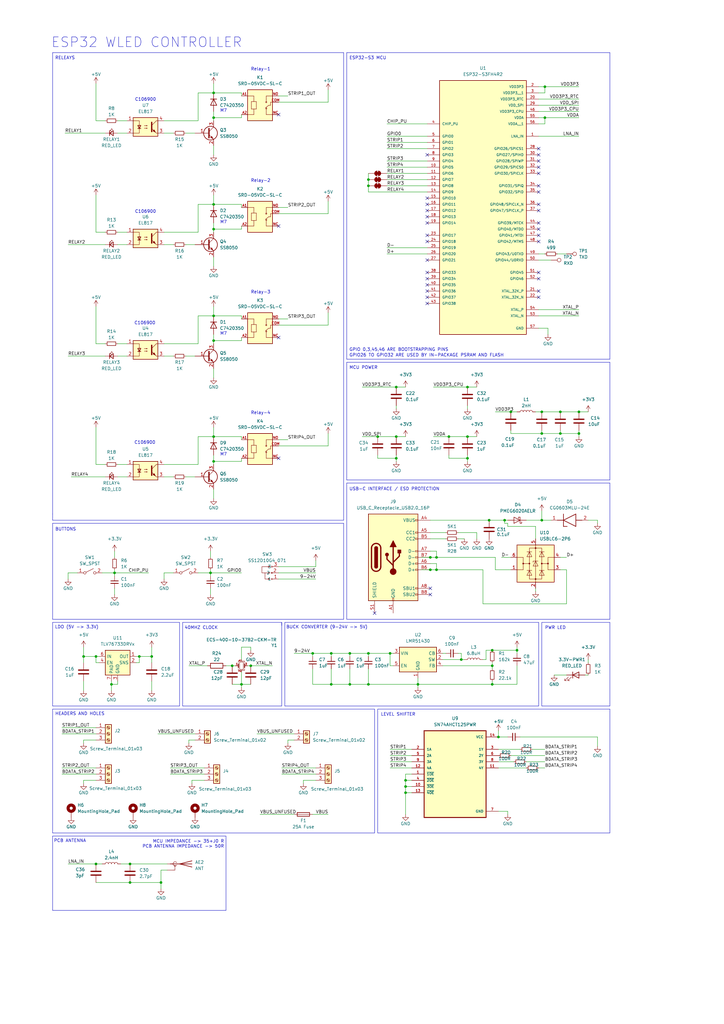
<source format=kicad_sch>
(kicad_sch (version 20250114) (generator "eeschema") (generator_version "9.0")
  (paper "A3" portrait)
  (title_block (title "ESP32-4CH-WLED-CONTROLLER") (date "2025-04-26") (rev "1.3") (company "jack0217.dev"))
  (text "Relay-2" (at 102.87 74.93 0) (effects (font (size 1.27 1.27)) (justify left bottom)))
  (text "MCU IMPEDANCE -> 35+J0 R\nPCB ANTENNA IMPEDANCE -> 50R" (at 91.948 346.202 0) (effects (font (size 1.27 1.27)) (justify right)))
  (text "Relay-4" (at 102.87 170.18 0) (effects (font (size 1.27 1.27)) (justify left bottom)))
  (text "GPIO26 TO GPIO32 ARE USED BY IN-PACKAGE PSRAM AND FLASH" (at 143.256 145.796 0) (effects (font (size 1.27 1.27)) (justify left)))
  (text "LEVEL SHIFTER" (at 163.322 293.116 0) (effects (font (size 1.27 1.27))))
  (text "MCU POWER" (at 149.098 150.876 0) (effects (font (size 1.27 1.27))))
  (text "C106900" (at 59.69 40.894 0) (effects (font (size 1.27 1.27))))
  (text "ESP32-S3 MCU\n" (at 143.256 23.876 0) (effects (font (size 1.27 1.27)) (justify left)))
  (text "GPIO 0,3,45,46 ARE BOOTSTRAPPING PINS" (at 143.256 143.51 0) (effects (font (size 1.27 1.27)) (justify left)))
  (text "M7" (at 91.694 186.436 0) (effects (font (size 1.27 1.27))))
  (text "HEADERS AND HOLES" (at 32.766 292.862 0) (effects (font (size 1.27 1.27))))
  (text "ESP32 WLED CONTROLLER" (at 60.198 17.526 0) (effects (font (size 4 4))))
  (text "M7" (at 91.694 45.466 0) (effects (font (size 1.27 1.27))))
  (text "USB-C INTERFACE / ESD PROTECTION" (at 161.798 200.66 0) (effects (font (size 1.27 1.27))))
  (text "BUCK CONVERTER (9-24V -> 5V)" (at 134.112 257.302 0) (effects (font (size 1.27 1.27))))
  (text "BUTTONS" (at 26.924 217.17 0) (effects (font (size 1.27 1.27))))
  (text "M7" (at 91.694 91.186 0) (effects (font (size 1.27 1.27))))
  (text "C106900" (at 59.436 132.588 0) (effects (font (size 1.27 1.27))))
  (text "C106900" (at 59.69 86.868 0) (effects (font (size 1.27 1.27))))
  (text "M7" (at 91.694 136.906 0) (effects (font (size 1.27 1.27))))
  (text "C106900" (at 59.436 181.61 0) (effects (font (size 1.27 1.27))))
  (text "RELEAYS" (at 26.67 23.876 0) (effects (font (size 1.27 1.27))))
  (text "PCB ANTENNA" (at 28.702 344.932 0) (effects (font (size 1.27 1.27))))
  (text "Relay-3" (at 102.87 120.65 0) (effects (font (size 1.27 1.27)) (justify left bottom)))
  (text "40MHZ CLOCK" (at 82.55 257.556 0) (effects (font (size 1.27 1.27))))
  (text "LDO (5V -> 3.3V)" (at 31.496 257.302 0) (effects (font (size 1.27 1.27))))
  (text "Relay-1" (at 102.87 29.21 0) (effects (font (size 1.27 1.27)) (justify left bottom)))
  (text "PWR LED" (at 227.838 257.556 0) (effects (font (size 1.27 1.27))))
  (junction (at 62.23 269.24))
  (junction (at 34.29 269.24))
  (junction (at 86.36 234.95))
  (junction (at 184.15 179.07))
  (junction (at 151.13 267.97))
  (junction (at 99.06 280.67))
  (junction (at 87.63 179.07))
  (junction (at 212.09 266.7))
  (junction (at 204.47 302.26))
  (junction (at 87.63 38.1))
  (junction (at 237.49 168.91))
  (junction (at 128.27 267.97))
  (junction (at 87.63 129.54))
  (junction (at 201.93 273.05))
  (junction (at 39.37 354.33))
  (junction (at 166.37 320.04))
  (junction (at 201.93 266.7))
  (junction (at 39.37 269.24))
  (junction (at 166.37 322.58))
  (junction (at 66.04 361.95))
  (junction (at 223.52 35.56))
  (junction (at 223.52 48.26))
  (junction (at 189.23 270.51))
  (junction (at 200.66 213.36))
  (junction (at 179.07 233.68))
  (junction (at 201.93 280.67))
  (junction (at 87.63 93.98))
  (junction (at 229.87 168.91))
  (junction (at 222.25 177.8))
  (junction (at 135.89 280.67))
  (junction (at 95.25 273.05))
  (junction (at 162.56 158.75))
  (junction (at 151.13 280.67))
  (junction (at 87.63 189.23))
  (junction (at 176.53 228.6))
  (junction (at 102.87 273.05))
  (junction (at 143.51 280.67))
  (junction (at 222.25 168.91))
  (junction (at 176.53 233.68))
  (junction (at 57.15 269.24))
  (junction (at 222.25 213.36))
  (junction (at 53.34 354.33))
  (junction (at 45.72 280.67))
  (junction (at 87.63 83.82))
  (junction (at 143.51 267.97))
  (junction (at 162.56 187.96))
  (junction (at 151.13 76.2))
  (junction (at 191.77 158.75))
  (junction (at 151.13 73.66))
  (junction (at 237.49 177.8))
  (junction (at 87.63 139.7))
  (junction (at 53.34 361.95))
  (junction (at 207.01 213.36))
  (junction (at 162.56 179.07))
  (junction (at 154.94 179.07))
  (junction (at 191.77 179.07))
  (junction (at 171.45 280.67))
  (junction (at 87.63 48.26))
  (junction (at 229.87 177.8))
  (junction (at 160.02 267.97))
  (junction (at 135.89 267.97))
  (junction (at 191.77 187.96))
  (junction (at 209.55 168.91))
  (junction (at 179.07 228.6))
  (junction (at 166.37 325.12))
  (junction (at 46.99 234.95))
  (no_connect (at 175.26 63.5))
  (no_connect (at 153.67 251.46))
  (no_connect (at 175.26 106.68))
  (no_connect (at 220.98 83.82))
  (no_connect (at 220.98 71.12))
  (no_connect (at 175.26 119.38))
  (no_connect (at 114.3 187.96))
  (no_connect (at 220.98 66.04))
  (no_connect (at 175.26 83.82))
  (no_connect (at 114.3 92.71))
  (no_connect (at 220.98 63.5))
  (no_connect (at 175.26 86.36))
  (no_connect (at 114.3 138.43))
  (no_connect (at 175.26 81.28))
  (no_connect (at 220.98 111.76))
  (no_connect (at 114.3 46.99))
  (no_connect (at 220.98 78.74))
  (no_connect (at 175.26 91.44))
  (no_connect (at 175.26 111.76))
  (no_connect (at 175.26 88.9))
  (no_connect (at 176.53 241.3))
  (no_connect (at 175.26 116.84))
  (no_connect (at 220.98 86.36))
  (no_connect (at 175.26 99.06))
  (no_connect (at 220.98 68.58))
  (no_connect (at 175.26 121.92))
  (no_connect (at 176.53 243.84))
  (no_connect (at 175.26 96.52))
  (no_connect (at 220.98 60.96))
  (no_connect (at 220.98 76.2))
  (no_connect (at 220.98 119.38))
  (no_connect (at 220.98 99.06))
  (no_connect (at 220.98 93.98))
  (no_connect (at 175.26 114.3))
  (no_connect (at 220.98 114.3))
  (no_connect (at 220.98 121.92))
  (no_connect (at 220.98 96.52))
  (no_connect (at 175.26 124.46))
  (no_connect (at 220.98 91.44))
  (wire (pts (xy 134.62 334.01) (xy 128.27 334.01)))
  (wire (pts (xy 87.63 80.01) (xy 87.63 83.82)))
  (wire (pts (xy 81.28 49.53) (xy 81.28 38.1)))
  (wire (pts (xy 114.3 180.34) (xy 118.11 180.34)))
  (wire (pts (xy 99.06 139.7) (xy 87.63 139.7)))
  (wire (pts (xy 48.26 280.67) (xy 48.26 279.4)))
  (wire (pts (xy 201.93 280.67) (xy 212.09 280.67)))
  (polyline (pts (xy 220.98 255.27) (xy 116.84 255.27)))
  (wire (pts (xy 135.89 274.32) (xy 135.89 280.67)))
  (wire (pts (xy 212.09 267.97) (xy 212.09 266.7)))
  (wire (pts (xy 115.57 314.96) (xy 129.54 314.96)))
  (wire (pts (xy 99.06 280.67) (xy 102.87 280.67)))
  (wire (pts (xy 229.87 168.91) (xy 237.49 168.91)))
  (wire (pts (xy 222.25 168.91) (xy 229.87 168.91)))
  (wire (pts (xy 66.04 356.87) (xy 66.04 361.95)))
  (wire (pts (xy 101.6 273.05) (xy 102.87 273.05)))
  (wire (pts (xy 154.94 187.96) (xy 162.56 187.96)))
  (wire (pts (xy 80.01 300.99) (xy 64.77 300.99)))
  (wire (pts (xy 46.99 234.95) (xy 60.96 234.95)))
  (wire (pts (xy 162.56 187.96) (xy 162.56 186.69)))
  (wire (pts (xy 69.85 314.96) (xy 83.82 314.96)))
  (wire (pts (xy 27.94 354.33) (xy 39.37 354.33)))
  (polyline (pts (xy 74.93 289.56) (xy 74.93 255.27)))
  (wire (pts (xy 99.06 83.82) (xy 87.63 83.82)))
  (wire (pts (xy 223.52 48.26) (xy 237.49 48.26)))
  (wire (pts (xy 166.37 322.58) (xy 168.91 322.58)))
  (wire (pts (xy 86.36 226.06) (xy 86.36 228.6)))
  (wire (pts (xy 67.31 234.95) (xy 71.12 234.95)))
  (wire (pts (xy 81.28 95.25) (xy 81.28 83.82)))
  (wire (pts (xy 62.23 271.78) (xy 62.23 269.24)))
  (wire (pts (xy 143.51 267.97) (xy 151.13 267.97)))
  (wire (pts (xy 162.56 167.64) (xy 162.56 166.37)))
  (wire (pts (xy 87.63 186.69) (xy 87.63 189.23)))
  (polyline (pts (xy 142.24 254) (xy 250.19 254)))
  (wire (pts (xy 80.01 303.53) (xy 77.47 303.53)))
  (wire (pts (xy 46.99 226.06) (xy 46.99 228.6)))
  (polyline (pts (xy 250.19 21.59) (xy 142.24 21.59)))
  (wire (pts (xy 148.59 158.75) (xy 162.56 158.75)))
  (polyline (pts (xy 142.24 21.59) (xy 142.24 147.32)))
  (wire (pts (xy 160.02 267.97) (xy 161.29 267.97)))
  (wire (pts (xy 67.31 95.25) (xy 81.28 95.25)))
  (wire (pts (xy 87.63 151.13) (xy 87.63 154.94)))
  (wire (pts (xy 208.28 334.01) (xy 208.28 332.74)))
  (wire (pts (xy 187.96 218.44) (xy 195.58 218.44)))
  (wire (pts (xy 158.75 71.12) (xy 175.26 71.12)))
  (wire (pts (xy 99.06 280.67) (xy 99.06 275.59)))
  (wire (pts (xy 212.09 280.67) (xy 212.09 273.05)))
  (wire (pts (xy 215.9 312.42) (xy 223.52 312.42)))
  (wire (pts (xy 223.52 50.8) (xy 223.52 48.26)))
  (wire (pts (xy 34.29 283.21) (xy 34.29 279.4)))
  (wire (pts (xy 99.06 129.54) (xy 87.63 129.54)))
  (wire (pts (xy 209.55 177.8) (xy 222.25 177.8)))
  (wire (pts (xy 34.29 269.24) (xy 39.37 269.24)))
  (wire (pts (xy 134.62 177.8) (xy 134.62 182.88)))
  (polyline (pts (xy 222.25 289.56) (xy 250.19 289.56)))
  (wire (pts (xy 86.36 234.95) (xy 86.36 233.68)))
  (wire (pts (xy 245.11 302.26) (xy 245.11 306.07)))
  (wire (pts (xy 166.37 325.12) (xy 166.37 334.01)))
  (wire (pts (xy 232.41 233.68) (xy 229.87 233.68)))
  (wire (pts (xy 99.06 85.09) (xy 99.06 83.82)))
  (wire (pts (xy 120.65 303.53) (xy 118.11 303.53)))
  (wire (pts (xy 46.99 234.95) (xy 46.99 236.22)))
  (wire (pts (xy 48.26 95.25) (xy 52.07 95.25)))
  (wire (pts (xy 95.25 280.67) (xy 99.06 280.67)))
  (wire (pts (xy 184.15 187.96) (xy 191.77 187.96)))
  (polyline (pts (xy 154.94 341.63) (xy 250.19 341.63)))
  (wire (pts (xy 99.06 265.43) (xy 99.06 270.51)))
  (polyline (pts (xy 250.19 290.83) (xy 154.94 290.83)))
  (polyline (pts (xy 21.59 373.38) (xy 92.71 373.38)))
  (wire (pts (xy 129.54 320.04) (xy 124.46 320.04)))
  (polyline (pts (xy 92.71 373.38) (xy 92.71 342.9)))
  (polyline (pts (xy 22.86 342.9) (xy 92.71 342.9)))
  (wire (pts (xy 179.07 228.6) (xy 203.2 228.6)))
  (wire (pts (xy 135.89 267.97) (xy 143.51 267.97)))
  (wire (pts (xy 222.25 213.36) (xy 222.25 209.55)))
  (wire (pts (xy 151.13 73.66) (xy 151.13 71.12)))
  (wire (pts (xy 229.87 228.6) (xy 232.41 228.6)))
  (wire (pts (xy 48.26 190.5) (xy 52.07 190.5)))
  (wire (pts (xy 151.13 280.67) (xy 171.45 280.67)))
  (wire (pts (xy 208.28 215.9) (xy 208.28 214.63)))
  (wire (pts (xy 143.51 274.32) (xy 143.51 280.67)))
  (wire (pts (xy 223.52 35.56) (xy 220.98 35.56)))
  (wire (pts (xy 224.79 134.62) (xy 220.98 134.62)))
  (wire (pts (xy 166.37 325.12) (xy 168.91 325.12)))
  (wire (pts (xy 166.37 317.5) (xy 166.37 320.04)))
  (wire (pts (xy 83.82 320.04) (xy 78.74 320.04)))
  (wire (pts (xy 87.63 189.23) (xy 87.63 190.5)))
  (wire (pts (xy 99.06 179.07) (xy 87.63 179.07)))
  (wire (pts (xy 99.06 46.99) (xy 99.06 48.26)))
  (wire (pts (xy 224.79 137.16) (xy 224.79 134.62)))
  (wire (pts (xy 176.53 218.44) (xy 182.88 218.44)))
  (polyline (pts (xy 250.19 196.85) (xy 142.24 196.85)))
  (wire (pts (xy 87.63 91.44) (xy 87.63 93.98)))
  (wire (pts (xy 135.89 280.67) (xy 143.51 280.67)))
  (wire (pts (xy 229.87 177.8) (xy 237.49 177.8)))
  (wire (pts (xy 115.57 317.5) (xy 129.54 317.5)))
  (wire (pts (xy 223.52 38.1) (xy 223.52 35.56)))
  (wire (pts (xy 162.56 158.75) (xy 166.37 158.75)))
  (wire (pts (xy 166.37 322.58) (xy 166.37 325.12)))
  (wire (pts (xy 176.53 220.98) (xy 182.88 220.98)))
  (wire (pts (xy 87.63 125.73) (xy 87.63 129.54)))
  (wire (pts (xy 158.75 68.58) (xy 175.26 68.58)))
  (wire (pts (xy 66.04 361.95) (xy 66.04 364.49)))
  (wire (pts (xy 114.3 232.41) (xy 129.54 232.41)))
  (wire (pts (xy 67.31 49.53) (xy 81.28 49.53)))
  (polyline (pts (xy 21.59 342.9) (xy 21.59 373.38)))
  (wire (pts (xy 87.63 200.66) (xy 87.63 204.47)))
  (wire (pts (xy 78.74 320.04) (xy 78.74 321.31)))
  (wire (pts (xy 191.77 167.64) (xy 191.77 166.37)))
  (wire (pts (xy 34.29 303.53) (xy 34.29 304.8)))
  (wire (pts (xy 189.23 267.97) (xy 189.23 270.51)))
  (wire (pts (xy 222.25 177.8) (xy 229.87 177.8)))
  (wire (pts (xy 77.47 273.05) (xy 85.09 273.05)))
  (wire (pts (xy 48.26 146.05) (xy 52.07 146.05)))
  (wire (pts (xy 184.15 186.69) (xy 184.15 187.96)))
  (wire (pts (xy 160.02 309.88) (xy 168.91 309.88)))
  (wire (pts (xy 68.58 356.87) (xy 66.04 356.87)))
  (wire (pts (xy 176.53 226.06) (xy 179.07 226.06)))
  (wire (pts (xy 151.13 76.2) (xy 151.13 73.66)))
  (wire (pts (xy 176.53 231.14) (xy 179.07 231.14)))
  (wire (pts (xy 57.15 269.24) (xy 62.23 269.24)))
  (wire (pts (xy 172.72 233.68) (xy 176.53 233.68)))
  (wire (pts (xy 219.71 168.91) (xy 222.25 168.91)))
  (wire (pts (xy 200.66 213.36) (xy 207.01 213.36)))
  (wire (pts (xy 114.3 237.49) (xy 129.54 237.49)))
  (wire (pts (xy 106.68 334.01) (xy 120.65 334.01)))
  (wire (pts (xy 120.65 267.97) (xy 128.27 267.97)))
  (wire (pts (xy 151.13 78.74) (xy 175.26 78.74)))
  (wire (pts (xy 240.03 276.86) (xy 241.3 276.86)))
  (wire (pts (xy 158.75 101.6) (xy 175.26 101.6)))
  (wire (pts (xy 25.4 314.96) (xy 39.37 314.96)))
  (wire (pts (xy 151.13 76.2) (xy 151.13 78.74)))
  (wire (pts (xy 237.49 127) (xy 220.98 127)))
  (wire (pts (xy 171.45 280.67) (xy 201.93 280.67)))
  (wire (pts (xy 226.06 106.68) (xy 220.98 106.68)))
  (polyline (pts (xy 74.93 255.27) (xy 115.57 255.27)))
  (wire (pts (xy 67.31 237.49) (xy 67.31 234.95)))
  (polyline (pts (xy 142.24 148.59) (xy 142.24 196.85)))
  (wire (pts (xy 171.45 281.94) (xy 171.45 280.67)))
  (wire (pts (xy 76.2 146.05) (xy 80.01 146.05)))
  (wire (pts (xy 162.56 189.23) (xy 162.56 187.96)))
  (wire (pts (xy 222.25 177.8) (xy 222.25 176.53)))
  (wire (pts (xy 201.93 266.7) (xy 212.09 266.7)))
  (wire (pts (xy 209.55 177.8) (xy 209.55 176.53)))
  (wire (pts (xy 148.59 179.07) (xy 154.94 179.07)))
  (wire (pts (xy 102.87 265.43) (xy 102.87 266.7)))
  (wire (pts (xy 162.56 179.07) (xy 166.37 179.07)))
  (wire (pts (xy 86.36 241.3) (xy 86.36 243.84)))
  (wire (pts (xy 158.75 104.14) (xy 175.26 104.14)))
  (wire (pts (xy 158.75 50.8) (xy 175.26 50.8)))
  (wire (pts (xy 25.4 298.45) (xy 39.37 298.45)))
  (wire (pts (xy 25.4 317.5) (xy 39.37 317.5)))
  (wire (pts (xy 220.98 50.8) (xy 223.52 50.8)))
  (wire (pts (xy 55.88 269.24) (xy 57.15 269.24)))
  (wire (pts (xy 220.98 48.26) (xy 223.52 48.26)))
  (wire (pts (xy 203.2 228.6) (xy 203.2 233.68)))
  (wire (pts (xy 220.98 40.64) (xy 237.49 40.64)))
  (polyline (pts (xy 22.86 342.9) (xy 21.59 342.9)))
  (wire (pts (xy 177.8 179.07) (xy 184.15 179.07)))
  (wire (pts (xy 154.94 186.69) (xy 154.94 187.96)))
  (wire (pts (xy 151.13 269.24) (xy 151.13 267.97)))
  (wire (pts (xy 87.63 45.72) (xy 87.63 48.26)))
  (wire (pts (xy 76.2 100.33) (xy 80.01 100.33)))
  (wire (pts (xy 124.46 320.04) (xy 124.46 321.31)))
  (wire (pts (xy 154.94 179.07) (xy 162.56 179.07)))
  (wire (pts (xy 99.06 130.81) (xy 99.06 129.54)))
  (wire (pts (xy 171.45 278.13) (xy 171.45 280.67)))
  (polyline (pts (xy 222.25 255.27) (xy 222.25 289.56)))
  (wire (pts (xy 27.94 237.49) (xy 27.94 234.95)))
  (polyline (pts (xy 142.24 147.32) (xy 250.19 147.32)))
  (wire (pts (xy 81.28 83.82) (xy 87.63 83.82)))
  (wire (pts (xy 96.52 273.05) (xy 95.25 273.05)))
  (polyline (pts (xy 21.59 214.63) (xy 140.97 214.63)))
  (polyline (pts (xy 21.59 341.63) (xy 153.67 341.63)))
  (wire (pts (xy 99.06 280.67) (xy 99.06 281.94)))
  (wire (pts (xy 114.3 130.81) (xy 118.11 130.81)))
  (wire (pts (xy 39.37 271.78) (xy 39.37 269.24)))
  (wire (pts (xy 81.28 140.97) (xy 81.28 129.54)))
  (wire (pts (xy 187.96 267.97) (xy 189.23 267.97)))
  (polyline (pts (xy 140.97 214.63) (xy 140.97 254)))
  (wire (pts (xy 195.58 218.44) (xy 195.58 220.98)))
  (wire (pts (xy 220.98 38.1) (xy 223.52 38.1)))
  (wire (pts (xy 177.8 158.75) (xy 191.77 158.75)))
  (wire (pts (xy 87.63 105.41) (xy 87.63 109.22)))
  (wire (pts (xy 67.31 190.5) (xy 81.28 190.5)))
  (wire (pts (xy 128.27 274.32) (xy 128.27 280.67)))
  (wire (pts (xy 39.37 175.26) (xy 39.37 190.5)))
  (wire (pts (xy 26.67 54.61) (xy 43.18 54.61)))
  (wire (pts (xy 201.93 266.7) (xy 199.39 266.7)))
  (polyline (pts (xy 21.59 290.83) (xy 21.59 341.63)))
  (wire (pts (xy 191.77 187.96) (xy 191.77 186.69)))
  (wire (pts (xy 99.06 48.26) (xy 87.63 48.26)))
  (wire (pts (xy 39.37 49.53) (xy 43.18 49.53)))
  (wire (pts (xy 128.27 269.24) (xy 128.27 267.97)))
  (wire (pts (xy 223.52 104.14) (xy 220.98 104.14)))
  (wire (pts (xy 191.77 158.75) (xy 195.58 158.75)))
  (wire (pts (xy 181.61 267.97) (xy 182.88 267.97)))
  (wire (pts (xy 237.49 35.56) (xy 223.52 35.56)))
  (wire (pts (xy 158.75 58.42) (xy 175.26 58.42)))
  (wire (pts (xy 87.63 34.29) (xy 87.63 38.1)))
  (wire (pts (xy 53.34 361.95) (xy 66.04 361.95)))
  (wire (pts (xy 219.71 242.57) (xy 219.71 241.3)))
  (wire (pts (xy 135.89 269.24) (xy 135.89 267.97)))
  (wire (pts (xy 48.26 49.53) (xy 52.07 49.53)))
  (wire (pts (xy 198.12 247.65) (xy 232.41 247.65)))
  (wire (pts (xy 232.41 104.14) (xy 228.6 104.14)))
  (wire (pts (xy 99.06 138.43) (xy 99.06 139.7)))
  (wire (pts (xy 69.85 317.5) (xy 83.82 317.5)))
  (wire (pts (xy 176.53 228.6) (xy 179.07 228.6)))
  (wire (pts (xy 55.88 271.78) (xy 57.15 271.78)))
  (wire (pts (xy 77.47 303.53) (xy 77.47 304.8)))
  (wire (pts (xy 45.72 280.67) (xy 45.72 279.4)))
  (wire (pts (xy 208.28 214.63) (xy 207.01 214.63)))
  (wire (pts (xy 226.06 213.36) (xy 222.25 213.36)))
  (wire (pts (xy 81.28 38.1) (xy 87.63 38.1)))
  (wire (pts (xy 49.53 354.33) (xy 53.34 354.33)))
  (wire (pts (xy 203.2 233.68) (xy 209.55 233.68)))
  (wire (pts (xy 76.2 195.58) (xy 80.01 195.58)))
  (wire (pts (xy 129.54 229.87) (xy 129.54 232.41)))
  (polyline (pts (xy 250.19 198.12) (xy 142.24 198.12)))
  (wire (pts (xy 128.27 280.67) (xy 135.89 280.67)))
  (wire (pts (xy 118.11 303.53) (xy 118.11 304.8)))
  (wire (pts (xy 86.36 234.95) (xy 86.36 236.22)))
  (wire (pts (xy 114.3 39.37) (xy 118.11 39.37)))
  (wire (pts (xy 81.28 190.5) (xy 81.28 179.07)))
  (wire (pts (xy 62.23 283.21) (xy 62.23 279.4)))
  (wire (pts (xy 237.49 43.18) (xy 220.98 43.18)))
  (wire (pts (xy 48.26 100.33) (xy 52.07 100.33)))
  (wire (pts (xy 81.28 179.07) (xy 87.63 179.07)))
  (wire (pts (xy 134.62 36.83) (xy 134.62 41.91)))
  (wire (pts (xy 158.75 76.2) (xy 175.26 76.2)))
  (polyline (pts (xy 140.97 213.36) (xy 140.97 21.59)))
  (wire (pts (xy 219.71 215.9) (xy 208.28 215.9)))
  (wire (pts (xy 39.37 320.04) (xy 34.29 320.04)))
  (wire (pts (xy 34.29 320.04) (xy 34.29 321.31)))
  (wire (pts (xy 176.53 213.36) (xy 200.66 213.36)))
  (wire (pts (xy 166.37 320.04) (xy 166.37 322.58)))
  (wire (pts (xy 237.49 177.8) (xy 237.49 176.53)))
  (wire (pts (xy 203.2 168.91) (xy 209.55 168.91)))
  (polyline (pts (xy 21.59 213.36) (xy 140.97 213.36)))
  (wire (pts (xy 48.26 140.97) (xy 52.07 140.97)))
  (wire (pts (xy 99.06 39.37) (xy 99.06 38.1)))
  (polyline (pts (xy 21.59 254) (xy 140.97 254)))
  (wire (pts (xy 67.31 100.33) (xy 71.12 100.33)))
  (wire (pts (xy 172.72 228.6) (xy 176.53 228.6)))
  (polyline (pts (xy 21.59 21.59) (xy 21.59 210.82)))
  (wire (pts (xy 39.37 190.5) (xy 43.18 190.5)))
  (wire (pts (xy 237.49 55.88) (xy 220.98 55.88)))
  (wire (pts (xy 201.93 271.78) (xy 201.93 273.05)))
  (polyline (pts (xy 153.67 341.63) (xy 153.67 290.83)))
  (wire (pts (xy 27.94 146.05) (xy 43.18 146.05)))
  (wire (pts (xy 62.23 265.43) (xy 62.23 269.24)))
  (wire (pts (xy 232.41 247.65) (xy 232.41 233.68)))
  (wire (pts (xy 220.98 314.96) (xy 223.52 314.96)))
  (polyline (pts (xy 21.59 210.82) (xy 21.59 213.36)))
  (wire (pts (xy 29.21 195.58) (xy 43.18 195.58)))
  (wire (pts (xy 45.72 283.21) (xy 45.72 280.67)))
  (wire (pts (xy 40.64 271.78) (xy 39.37 271.78)))
  (wire (pts (xy 207.01 213.36) (xy 208.28 213.36)))
  (polyline (pts (xy 153.67 290.83) (xy 21.59 290.83)))
  (wire (pts (xy 237.49 168.91) (xy 241.3 168.91)))
  (wire (pts (xy 184.15 179.07) (xy 191.77 179.07)))
  (wire (pts (xy 213.36 307.34) (xy 204.47 307.34)))
  (wire (pts (xy 76.2 54.61) (xy 80.01 54.61)))
  (wire (pts (xy 87.63 93.98) (xy 87.63 95.25)))
  (wire (pts (xy 207.01 214.63) (xy 207.01 213.36)))
  (wire (pts (xy 114.3 41.91) (xy 134.62 41.91)))
  (wire (pts (xy 99.06 187.96) (xy 99.06 189.23)))
  (wire (pts (xy 81.28 129.54) (xy 87.63 129.54)))
  (wire (pts (xy 87.63 59.69) (xy 87.63 63.5)))
  (wire (pts (xy 99.06 265.43) (xy 102.87 265.43)))
  (wire (pts (xy 39.37 354.33) (xy 41.91 354.33)))
  (wire (pts (xy 205.74 228.6) (xy 209.55 228.6)))
  (polyline (pts (xy 115.57 255.27) (xy 115.57 256.54)))
  (polyline (pts (xy 142.24 198.12) (xy 142.24 254)))
  (wire (pts (xy 27.94 234.95) (xy 31.75 234.95)))
  (wire (pts (xy 39.37 140.97) (xy 43.18 140.97)))
  (wire (pts (xy 237.49 45.72) (xy 220.98 45.72)))
  (wire (pts (xy 86.36 234.95) (xy 99.06 234.95)))
  (wire (pts (xy 189.23 270.51) (xy 190.5 270.51)))
  (wire (pts (xy 134.62 82.55) (xy 134.62 87.63)))
  (polyline (pts (xy 250.19 255.27) (xy 222.25 255.27)))
  (wire (pts (xy 34.29 265.43) (xy 34.29 269.24)))
  (wire (pts (xy 245.11 213.36) (xy 241.3 213.36)))
  (wire (pts (xy 160.02 312.42) (xy 168.91 312.42)))
  (wire (pts (xy 210.82 312.42) (xy 204.47 312.42)))
  (wire (pts (xy 151.13 267.97) (xy 160.02 267.97)))
  (wire (pts (xy 57.15 271.78) (xy 57.15 269.24)))
  (wire (pts (xy 168.91 317.5) (xy 166.37 317.5)))
  (wire (pts (xy 209.55 309.88) (xy 223.52 309.88)))
  (wire (pts (xy 158.75 66.04) (xy 175.26 66.04)))
  (wire (pts (xy 46.99 234.95) (xy 46.99 233.68)))
  (wire (pts (xy 27.94 100.33) (xy 43.18 100.33)))
  (wire (pts (xy 241.3 271.78) (xy 241.3 270.51)))
  (wire (pts (xy 181.61 270.51) (xy 189.23 270.51)))
  (wire (pts (xy 213.36 302.26) (xy 245.11 302.26)))
  (wire (pts (xy 229.87 177.8) (xy 229.87 176.53)))
  (wire (pts (xy 245.11 214.63) (xy 245.11 213.36)))
  (wire (pts (xy 143.51 280.67) (xy 151.13 280.67)))
  (wire (pts (xy 39.37 361.95) (xy 53.34 361.95)))
  (polyline (pts (xy 142.24 148.59) (xy 250.19 148.59)))
  (wire (pts (xy 199.39 270.51) (xy 198.12 270.51)))
  (wire (pts (xy 87.63 137.16) (xy 87.63 139.7)))
  (wire (pts (xy 179.07 226.06) (xy 179.07 228.6)))
  (wire (pts (xy 160.02 314.96) (xy 168.91 314.96)))
  (polyline (pts (xy 115.57 255.27) (xy 115.57 289.56)))
  (wire (pts (xy 39.37 95.25) (xy 43.18 95.25)))
  (wire (pts (xy 151.13 274.32) (xy 151.13 280.67)))
  (wire (pts (xy 179.07 231.14) (xy 179.07 233.68)))
  (polyline (pts (xy 250.19 148.59) (xy 250.19 196.85)))
  (polyline (pts (xy 220.98 255.27) (xy 220.98 289.56)))
  (wire (pts (xy 67.31 146.05) (xy 71.12 146.05)))
  (wire (pts (xy 219.71 220.98) (xy 219.71 215.9)))
  (wire (pts (xy 161.29 273.05) (xy 160.02 273.05)))
  (wire (pts (xy 87.63 48.26) (xy 87.63 49.53)))
  (polyline (pts (xy 115.57 289.56) (xy 74.93 289.56)))
  (polyline (pts (xy 154.94 290.83) (xy 154.94 341.63)))
  (wire (pts (xy 209.55 168.91) (xy 212.09 168.91)))
  (wire (pts (xy 237.49 179.07) (xy 237.49 177.8)))
  (wire (pts (xy 99.06 38.1) (xy 87.63 38.1)))
  (wire (pts (xy 39.37 34.29) (xy 39.37 49.53)))
  (wire (pts (xy 67.31 54.61) (xy 71.12 54.61)))
  (wire (pts (xy 191.77 179.07) (xy 195.58 179.07)))
  (polyline (pts (xy 116.84 289.56) (xy 220.98 289.56)))
  (wire (pts (xy 48.26 54.61) (xy 52.07 54.61)))
  (wire (pts (xy 87.63 139.7) (xy 87.63 140.97)))
  (wire (pts (xy 158.75 60.96) (xy 175.26 60.96)))
  (wire (pts (xy 198.12 233.68) (xy 198.12 247.65)))
  (polyline (pts (xy 250.19 290.83) (xy 250.19 341.63)))
  (wire (pts (xy 222.25 213.36) (xy 215.9 213.36)))
  (wire (pts (xy 53.34 354.33) (xy 68.58 354.33)))
  (wire (pts (xy 166.37 320.04) (xy 168.91 320.04)))
  (wire (pts (xy 46.99 241.3) (xy 46.99 243.84)))
  (wire (pts (xy 199.39 266.7) (xy 199.39 270.51)))
  (wire (pts (xy 114.3 85.09) (xy 118.11 85.09)))
  (wire (pts (xy 102.87 273.05) (xy 111.76 273.05)))
  (wire (pts (xy 99.06 189.23) (xy 87.63 189.23)))
  (wire (pts (xy 201.93 273.05) (xy 181.61 273.05)))
  (polyline (pts (xy 250.19 147.32) (xy 250.19 21.59)))
  (wire (pts (xy 158.75 73.66) (xy 175.26 73.66)))
  (wire (pts (xy 95.25 273.05) (xy 92.71 273.05)))
  (wire (pts (xy 208.28 332.74) (xy 204.47 332.74)))
  (wire (pts (xy 99.06 180.34) (xy 99.06 179.07)))
  (polyline (pts (xy 73.66 255.27) (xy 21.59 255.27)))
  (wire (pts (xy 99.06 93.98) (xy 87.63 93.98)))
  (wire (pts (xy 41.91 234.95) (xy 46.99 234.95)))
  (wire (pts (xy 160.02 307.34) (xy 168.91 307.34)))
  (wire (pts (xy 201.93 273.05) (xy 201.93 274.32)))
  (polyline (pts (xy 116.84 255.27) (xy 116.84 289.56)))
  (wire (pts (xy 87.63 175.26) (xy 87.63 179.07)))
  (wire (pts (xy 39.37 303.53) (xy 34.29 303.53)))
  (wire (pts (xy 204.47 299.72) (xy 204.47 302.26)))
  (wire (pts (xy 39.37 269.24) (xy 40.64 269.24)))
  (wire (pts (xy 187.96 220.98) (xy 190.5 220.98)))
  (polyline (pts (xy 250.19 254) (xy 250.19 198.12)))
  (wire (pts (xy 218.44 307.34) (xy 223.52 307.34)))
  (wire (pts (xy 114.3 182.88) (xy 134.62 182.88)))
  (wire (pts (xy 25.4 300.99) (xy 39.37 300.99)))
  (wire (pts (xy 120.65 300.99) (xy 105.41 300.99)))
  (wire (pts (xy 179.07 233.68) (xy 198.12 233.68)))
  (wire (pts (xy 67.31 140.97) (xy 81.28 140.97)))
  (wire (pts (xy 114.3 133.35) (xy 134.62 133.35)))
  (wire (pts (xy 81.28 234.95) (xy 86.36 234.95)))
  (wire (pts (xy 176.53 233.68) (xy 179.07 233.68)))
  (wire (pts (xy 129.54 234.95) (xy 114.3 234.95)))
  (polyline (pts (xy 140.97 21.59) (xy 21.59 21.59)))
  (wire (pts (xy 128.27 267.97) (xy 135.89 267.97)))
  (wire (pts (xy 158.75 55.88) (xy 175.26 55.88)))
  (wire (pts (xy 215.9 314.96) (xy 204.47 314.96)))
  (wire (pts (xy 134.62 128.27) (xy 134.62 133.35)))
  (wire (pts (xy 48.26 195.58) (xy 52.07 195.58)))
  (wire (pts (xy 45.72 280.67) (xy 48.26 280.67)))
  (wire (pts (xy 227.33 276.86) (xy 232.41 276.86)))
  (polyline (pts (xy 21.59 254) (xy 21.59 214.63)))
  (wire (pts (xy 39.37 80.01) (xy 39.37 95.25)))
  (wire (pts (xy 114.3 87.63) (xy 134.62 87.63)))
  (polyline (pts (xy 21.59 289.56) (xy 73.66 289.56)))
  (wire (pts (xy 143.51 269.24) (xy 143.51 267.97)))
  (wire (pts (xy 237.49 129.54) (xy 220.98 129.54)))
  (wire (pts (xy 160.02 273.05) (xy 160.02 267.97)))
  (wire (pts (xy 39.37 125.73) (xy 39.37 140.97)))
  (wire (pts (xy 34.29 271.78) (xy 34.29 269.24)))
  (wire (pts (xy 201.93 279.4) (xy 201.93 280.67)))
  (polyline (pts (xy 21.59 255.27) (xy 21.59 289.56)))
  (wire (pts (xy 212.09 265.43) (xy 212.09 266.7)))
  (wire (pts (xy 99.06 92.71) (xy 99.06 93.98)))
  (polyline (pts (xy 250.19 289.56) (xy 250.19 255.27)))
  (wire (pts (xy 191.77 189.23) (xy 191.77 187.96)))
  (polyline (pts (xy 73.66 255.27) (xy 73.66 289.56)))
  (wire (pts (xy 204.47 302.26) (xy 208.28 302.26)))
  (wire (pts (xy 67.31 195.58) (xy 71.12 195.58)))
  (label "STRIP3" (at 160.02 312.42 0))
  (label "VDDA" (at 237.49 48.26 180))
  (label "D+" (at 232.41 228.6 0))
  (label "VDD3P3" (at 203.2 168.91 0))
  (label "STRIP4" (at 158.75 68.58 0))
  (label "GPIO0" (at 99.06 234.95 180))
  (label "STRIP4_OUT" (at 115.57 314.96 0))
  (label "VDD3P3" (at 237.49 35.56 180))
  (label "STRIP2_OUT" (at 118.11 85.09 0))
  (label "STRIP4_OUT" (at 118.11 180.34 0))
  (label "RELAY2" (at 158.75 73.66 0))
  (label "BDATA_STRIP3" (at 223.52 312.42 0))
  (label "XTAL_P" (at 237.49 127 180))
  (label "RELAY3" (at 27.94 146.05 0))
  (label "RELAY1" (at 26.67 54.61 0))
  (label "BDATA_STRIP4" (at 115.57 317.5 0))
  (label "STRIP3" (at 158.75 66.04 0))
  (label "RELAY3" (at 158.75 76.2 0))
  (label "XTAL_P" (at 77.47 273.05 0))
  (label "STRIP1_OUT" (at 118.11 39.37 0))
  (label "VBUS" (at 134.62 334.01 180))
  (label "LNA_IN" (at 237.49 55.88 180))
  (label "CHIP_PU" (at 158.75 50.8 0))
  (label "XTAL_N" (at 237.49 129.54 180))
  (label "GPIO0" (at 158.75 55.88 0))
  (label "9-24V" (at 120.65 267.97 0))
  (label "RELAY1" (at 158.75 71.12 0))
  (label "VDD3P3_CPU" (at 237.49 45.72 180))
  (label "VDD_SPI" (at 148.59 179.07 0))
  (label "STRIP3_OUT" (at 118.11 130.81 0))
  (label "VDD3P3_RTC" (at 237.49 40.64 180))
  (label "STRIP2_OUT" (at 25.4 314.96 0))
  (label "D-" (at 158.75 101.6 0))
  (label "RELAY4" (at 158.75 78.74 0))
  (label "VDD3P3_RTC" (at 148.59 158.75 0))
  (label "STRIP2" (at 158.75 60.96 0))
  (label "VBUS" (at 129.54 234.95 180))
  (label "VBUS_UNFUSED" (at 105.41 300.99 0))
  (label "RELAY4" (at 29.21 195.58 0))
  (label "BDATA_STRIP1" (at 223.52 307.34 0))
  (label "LNA_IN" (at 27.94 354.33 0))
  (label "STRIP1" (at 160.02 307.34 0))
  (label "BDATA_STRIP4" (at 223.52 314.96 0))
  (label "STRIP2" (at 160.02 309.88 0))
  (label "STRIP1_OUT" (at 25.4 298.45 0))
  (label "RELAY2" (at 27.94 100.33 0))
  (label "VBUS_UNFUSED" (at 64.77 300.99 0))
  (label "VDD3P3_CPU" (at 177.8 158.75 0))
  (label "VBUS_UNFUSED" (at 106.68 334.01 0))
  (label "STRIP1" (at 158.75 58.42 0))
  (label "VDD_SPI" (at 237.49 43.18 180))
  (label "9-24V" (at 129.54 237.49 180))
  (label "BDATA_STRIP3" (at 69.85 317.5 0))
  (label "BDATA_STRIP2" (at 25.4 317.5 0))
  (label "CHIP_PU" (at 60.96 234.95 180))
  (label "BDATA_STRIP1" (at 25.4 300.99 0))
  (label "STRIP4" (at 160.02 314.96 0))
  (label "D+" (at 158.75 104.14 0))
  (label "BDATA_STRIP2" (at 223.52 309.88 0))
  (label "STRIP3_OUT" (at 69.85 314.96 0))
  (label "VDDA" (at 177.8 179.07 0))
  (label "XTAL_N" (at 111.76 273.05 180))
  (label "D-" (at 205.74 228.6 0))
  (symbol (lib_id "power:GND") (at 162.56 189.23 0) (unit 1)
    (property "Reference" "#PWR084" (effects (hide yes)))
    (property "Value" "GND" (at 162.56 193.04 0))
  )
  (symbol (lib_id "power:+5V") (at 87.63 175.26 0) (unit 1)
    (property "Reference" "#PWR045" (effects (hide yes)))
    (property "Value" "+5V" (at 87.63 171.45 0))
  )
  (symbol (lib_id "power:GND") (at 77.47 304.8 0) (unit 1)
    (property "Reference" "#PWR056" (effects (hide yes)))
    (property "Value" "GND" (at 77.47 308.61 0))
  )
  (symbol (lib_id "easyeda2kicad:SS12D10G4071") (at 111.76 234.95 90) (unit 1)
    (property "Reference" "SW3" (at 109.6 227.33 90))
    (property "Value" "SS12D10G4 071" (at 109.6 229.87 90))
    (property "Footprint" "lib:SW-TH_SHOU-HAN_SS12D10G4" (effects (hide yes)))
    (property "LCSC Part" "C2887259" (effects (hide yes)))
  )
  (symbol (lib_id "power:GND") (at 171.45 281.94 0) (unit 1)
    (property "Reference" "#PWR073" (effects (hide yes)))
    (property "Value" "GND" (at 171.45 285.75 0))
  )
  (symbol (lib_id "power:GND") (at 200.66 220.98 0) (unit 1)
    (property "Reference" "#PWR065" (effects (hide yes)))
    (property "Value" "GND" (at 200.66 224.79 0))
  )
  (symbol (lib_id "Device:L") (at 45.72 354.33 270) (mirror x) (unit 1)
    (property "Reference" "L4" (at 45.72 349.25 90))
    (property "Value" "2.4nH" (at 45.72 351.79 90))
    (property "Footprint" "Inductor_SMD:L_0201_0603Metric" (effects (hide yes)))
  )
  (symbol (lib_id "power:GND") (at 224.79 137.16 0) (mirror y) (unit 1)
    (property "Reference" "#PWR081" (effects (hide yes)))
    (property "Value" "GND" (at 224.79 140.97 0))
  )
  (symbol (lib_id "power:GND") (at 46.99 243.84 0) (unit 1)
    (property "Reference" "#PWR011" (effects (hide yes)))
    (property "Value" "GND" (at 46.99 247.65 0))
  )
  (symbol (lib_id "Switch:SW_SPST") (at 36.83 234.95 0) (unit 1)
    (property "Reference" "SW1" (at 36.83 228.6 0))
    (property "Value" "SW_SPST" (at 36.83 231.14 0))
    (property "Footprint" "Button_Switch_SMD:SW_Push_1P1T_XKB_TS-1187A" (effects (hide yes)))
    (property "Description" "Single Pole Single Throw (SPST) switch" (effects (hide yes)))
  )
  (symbol (lib_id "CG0603MLU-24E:CG0603MLU-24E") (at 226.06 213.36 0) (unit 1)
    (property "Reference" "D5" (at 233.68 205.74 0))
    (property "Value" "CG0603MLU-24E" (at 233.68 208.28 0))
    (property "Footprint" "lib:R0603" (effects (hide yes)))
    (property "Datasheet" "https://datasheet.datasheetarchive.com/originals/dk/DKDS-12/224865.pdf" (effects (hide yes)))
    (property "Height" "0.55" (effects (hide yes)))
    (property "Manufacturer_Name" "Bourns" (effects (hide yes)))
    (property "Manufacturer_Part_Number" "CG0603MLU-24E" (effects (hide yes)))
    (property "Mouser Part Number" "652-CG0603MLU-24E" (effects (hide yes)))
    (property "Mouser Price/Stock" "https://www.mouser.co.uk/ProductDetail/Bourns/CG0603MLU-24E?qs=m8myXnDJXpWyvsqQ2sWN8w%3D%3D" (effects (hide yes)))
    (property "Arrow Part Number" "CG0603MLU-24E" (effects (hide yes)))
    (property "Arrow Price/Stock" "https://www.arrow.com/en/products/cg0603mlu-24e/bourns?region=nac" (effects (hide yes)))
  )
  (symbol (lib_id "power:+3.3V") (at 86.36 226.06 0) (unit 1)
    (property "Reference" "#PWR012" (effects (hide yes)))
    (property "Value" "+3.3V" (at 86.36 220.98 0))
  )
  (symbol (lib_id "Device:C") (at 162.56 182.88 0) (unit 1)
    (property "Reference" "C33" (at 166.37 181.61 0) (effects (justify left)))
    (property "Value" "0.1uF" (at 166.37 184.15 0) (effects (justify left)))
    (property "Footprint" "Capacitor_SMD:C_0402_1005Metric_Pad0.74x0.62mm_HandSolder" (effects (hide yes)))
  )
  (symbol (lib_name "SRD-05VDC-SL-C_3") (lib_id "local_lib:SRD-05VDC-SL-C") (at 106.68 133.35 0) (unit 1)
    (property "Reference" "K3" (at 106.68 123.19 0))
    (property "Value" "SRD-05VDC-SL-C" (at 106.68 125.73 0))
    (property "Footprint" "lib:RELAY_SRD-05VDC-SL-C" (effects (hide yes)))
    (property "MANUFACTURER" "SONGLE RELAY" (effects (hide yes)))
    (property "STANDARD" "IPC-7251" (effects (hide yes)))
    (property "LCSC" "C35449" (effects (hide yes)))
  )
  (symbol (lib_id "Device:L") (at 215.9 168.91 270) (mirror x) (unit 1)
    (property "Reference" "L1" (at 215.9 163.83 90))
    (property "Value" "2nH" (at 215.9 166.37 90))
    (property "Footprint" "Inductor_SMD:L_0402_1005Metric" (effects (hide yes)))
  )
  (symbol (lib_id "Device:C_Small") (at 135.89 271.78 0) (unit 1)
    (property "Reference" "C6" (at 138.43 270.5162 0) (effects (justify left)))
    (property "Value" "1uF" (at 138.43 273.0562 0) (effects (justify left)))
    (property "Footprint" "Capacitor_SMD:C_0402_1005Metric_Pad0.74x0.62mm_HandSolder" (effects (hide yes)))
    (property "Description" "Unpolarized capacitor, small symbol" (effects (hide yes)))
  )
  (symbol (lib_id "Mechanical:MountingHole_Pad") (at 80.01 332.74 0) (unit 1) (exclude_from_sim yes) (in_bom no)
    (property "Reference" "H7" (at 82.55 330.1999 0) (effects (justify left)))
    (property "Value" "MountingHole_Pad" (at 82.55 332.7399 0) (effects (justify left)))
    (property "Footprint" "MountingHole:MountingHole_2.5mm_Pad" (effects (hide yes)))
    (property "Description" "Mounting Hole with connection" (effects (hide yes)))
  )
  (symbol (lib_id "Device:C_Small") (at 185.42 267.97 90) (unit 1)
    (property "Reference" "C9" (at 185.4263 261.62 90))
    (property "Value" "100nF" (at 185.4263 264.16 90))
    (property "Footprint" "Capacitor_SMD:C_0402_1005Metric_Pad0.74x0.62mm_HandSolder" (effects (hide yes)))
    (property "Description" "Unpolarized capacitor, small symbol" (effects (hide yes)))
  )
  (symbol (lib_id "Mechanical:MountingHole_Pad") (at 54.61 332.74 0) (unit 1) (exclude_from_sim yes) (in_bom no)
    (property "Reference" "H8" (at 57.15 330.1999 0) (effects (justify left)))
    (property "Value" "MountingHole_Pad" (at 57.15 332.7399 0) (effects (justify left)))
    (property "Footprint" "MountingHole:MountingHole_2.5mm_Pad" (effects (hide yes)))
    (property "Description" "Mounting Hole with connection" (effects (hide yes)))
  )
  (symbol (lib_id "Device:R_Small") (at 86.36 231.14 0) (unit 1)
    (property "Reference" "R7" (at 88.9 229.87 0) (effects (justify left)))
    (property "Value" "1K" (at 88.9 232.41 0) (effects (justify left)))
    (property "Footprint" "Resistor_SMD:R_0402_1005Metric_Pad0.72x0.64mm_HandSolder" (effects (hide yes)))
    (property "LCSC" "C17513" (effects (hide yes)))
  )
  (symbol (lib_id "local_lib:1N4007") (at 87.63 41.91 270) (unit 1)
    (property "Reference" "D3" (at 90.17 40.6399 90) (effects (justify left)))
    (property "Value" "C7420350" (at 90.17 43.1799 90) (effects (justify left)))
    (property "Footprint" "Diode_SMD:D_MELF_Handsoldering" (effects (hide yes)))
    (property "Datasheet" "http://www.vishay.com/docs/88503/1n4001.pdf" (effects (hide yes)))
    (property "Sim.Device" "D" (effects (hide yes)))
    (property "Sim.Pins" "1=K 2=A" (effects (hide yes)))
    (property "LCSC" "C7420350" (effects (hide yes)))
  )
  (symbol (lib_id "Device:LED") (at 236.22 276.86 0) (unit 1)
    (property "Reference" "3.3V-PWR1" (at 234.6325 270.51 0))
    (property "Value" "RED_LED" (at 234.6325 273.05 0))
    (property "Footprint" "LED_SMD:LED_0805_2012Metric_Pad1.15x1.40mm_HandSolder" (effects (hide yes)))
  )
  (symbol (lib_id "Isolator:EL817") (at 59.69 52.07 0) (unit 1)
    (property "Reference" "U7" (at 59.69 43.18 0))
    (property "Value" "EL817" (at 59.69 45.72 0))
    (property "Footprint" "lib:OPTO-SMD-4_L4.6-W6.5-P2.54-LS10.3-TL" (effects (hide yes)))
    (property "Datasheet" "http://www.everlight.com/file/ProductFile/EL817.pdf" (effects (hide yes)))
    (property "Description" "DC Optocoupler, Vce 35V, DIP-4" (effects (hide yes)))
    (property "LCSC" "C106900" (effects (hide yes)))
  )
  (symbol (lib_id "power:+3V3") (at 241.3 168.91 0) (mirror y) (unit 1)
    (property "Reference" "#PWR020" (effects (hide yes)))
    (property "Value" "+3V3" (at 241.3 163.83 0))
  )
  (symbol (lib_id "Device:Antenna_Shield") (at 73.66 354.33 270) (unit 1)
    (property "Reference" "AE2" (at 80.01 353.6314 90) (effects (justify left)))
    (property "Value" "ANT" (at 80.01 356.1714 90) (effects (justify left)))
    (property "Footprint" "RF_Antenna:Texas_SWRA117D_2.4GHz_Right" (effects (hide yes)))
    (property "Description" "Antenna with extra pin for shielding" (effects (hide yes)))
  )
  (symbol (lib_id "Device:R_Small") (at 73.66 195.58 90) (unit 1)
    (property "Reference" "R19" (at 73.66 198.12 90))
    (property "Value" "1K" (at 73.66 200.66 90))
    (property "Footprint" "Resistor_SMD:R_0805_2012Metric_Pad1.20x1.40mm_HandSolder" (effects (hide yes)))
    (property "LCSC" "C17513" (effects (hide yes)))
  )
  (symbol (lib_id "Device:C") (at 191.77 182.88 0) (unit 1)
    (property "Reference" "C23" (at 195.58 181.61 0) (effects (justify left)))
    (property "Value" "1uF" (at 195.58 184.15 0) (effects (justify left)))
    (property "Footprint" "Capacitor_SMD:C_0402_1005Metric_Pad0.74x0.62mm_HandSolder" (effects (hide yes)))
  )
  (symbol (lib_id "Connector:Screw_Terminal_01x03") (at 88.9 317.5 0) (unit 1)
    (property "Reference" "J4" (at 91.44 316.23 0) (effects (justify left)))
    (property "Value" "Screw_Terminal_01x03" (at 81.534 323.596 0) (effects (justify left)))
    (property "Footprint" "lib:CONN-TH_3P-P5.00_KF301-5.0-3P" (effects (hide yes)))
  )
  (symbol (lib_id "power:GND") (at 62.23 283.21 0) (unit 1)
    (property "Reference" "#PWR026" (effects (hide yes)))
    (property "Value" "GND" (at 62.23 287.02 0))
  )
  (symbol (lib_id "power:+5V") (at 134.62 82.55 0) (unit 1)
    (property "Reference" "#PWR050" (effects (hide yes)))
    (property "Value" "+5V" (at 134.62 78.74 0))
  )
  (symbol (lib_id "Device:Q_NPN_BEC") (at 85.09 195.58 0) (unit 1)
    (property "Reference" "Q6" (at 90.17 194.31 0) (effects (justify left)))
    (property "Value" "SS8050" (at 90.17 196.85 0) (effects (justify left)))
    (property "Footprint" "Package_TO_SOT_SMD:SOT-23" (effects (hide yes)))
    (property "LCSC" "C431710" (effects (hide yes)))
  )
  (symbol (lib_id "Device:C") (at 102.87 276.86 0) (mirror y) (unit 1)
    (property "Reference" "C29" (at 106.68 275.59 0) (effects (justify right)))
    (property "Value" "12pF" (at 106.68 278.13 0) (effects (justify right)))
    (property "Footprint" "Capacitor_SMD:C_0201_0603Metric_Pad0.64x0.40mm_HandSolder" (effects (hide yes)))
  )
  (symbol (lib_id "power:GND") (at 237.49 179.07 0) (mirror y) (unit 1)
    (property "Reference" "#PWR063" (effects (hide yes)))
    (property "Value" "GND" (at 237.49 182.88 0))
  )
  (symbol (lib_id "power:+5V") (at 39.37 34.29 0) (unit 1)
    (property "Reference" "#PWR08" (effects (hide yes)))
    (property "Value" "+5V" (at 39.37 30.48 0))
  )
  (symbol (lib_id "power:GND") (at 190.5 220.98 0) (unit 1)
    (property "Reference" "#PWR062" (effects (hide yes)))
    (property "Value" "GND" (at 190.5 224.79 0))
  )
  (symbol (lib_id "Device:Crystal_GND24_Small") (at 99.06 273.05 0) (unit 1)
    (property "Reference" "Y1" (at 112.522 264.668 0))
    (property "Value" "ECS-400-10-37B2-CKM-TR" (at 99.06 262.382 0))
    (property "Footprint" "Crystal:Crystal_SMD_2016-4Pin_2.0x1.6mm" (effects (hide yes)))
  )
  (symbol (lib_id "local_lib:1N4007") (at 87.63 182.88 270) (unit 1)
    (property "Reference" "D9" (at 90.17 181.6099 90) (effects (justify left)))
    (property "Value" "C7420350" (at 90.17 184.1499 90) (effects (justify left)))
    (property "Footprint" "Diode_SMD:D_MELF_Handsoldering" (effects (hide yes)))
    (property "Datasheet" "http://www.vishay.com/docs/88503/1n4001.pdf" (effects (hide yes)))
    (property "Sim.Device" "D" (effects (hide yes)))
    (property "Sim.Pins" "1=K 2=A" (effects (hide yes)))
    (property "LCSC" "C7420350" (effects (hide yes)))
  )
  (symbol (lib_id "Device:Fuse") (at 124.46 334.01 90) (unit 1)
    (property "Reference" "F1" (at 124.46 336.55 90))
    (property "Value" "25A Fuse" (at 124.46 339.09 90))
    (property "Footprint" "Fuse:Fuseholder_Blade_Mini_Keystone_3568" (effects (hide yes)))
    (property "Description" "Fuse" (effects (hide yes)))
  )
  (symbol (lib_id "Regulator_Linear:TLV76733DRVx") (at 48.26 271.78 0) (unit 1)
    (property "Reference" "U11" (at 48.26 261.62 0))
    (property "Value" "TLV76733DRVx" (at 48.26 264.16 0))
    (property "Footprint" "Package_SON:WSON-6-1EP_2x2mm_P0.65mm_EP1x1.6mm_ThermalVias" (effects (hide yes)))
    (property "Datasheet" "www.ti.com/lit/gpn/TLV767" (effects (hide yes)))
  )
  (symbol (lib_id "Connector:Screw_Terminal_01x02") (at 125.73 300.99 0) (unit 1)
    (property "Reference" "J7" (at 128.27 300.99 0) (effects (justify left)))
    (property "Value" "Screw_Terminal_01x02" (at 128.27 303.53 0) (effects (justify left)))
    (property "Footprint" "lib:CONN-TH_P5.00_KF301-5.0-2P" (effects (hide yes)))
  )
  (symbol (lib_id "Device:C_Small") (at 143.51 271.78 0) (unit 1)
    (property "Reference" "C5" (at 146.05 270.5162 0) (effects (justify left)))
    (property "Value" "1uF" (at 146.05 273.0562 0) (effects (justify left)))
    (property "Footprint" "Capacitor_SMD:C_0402_1005Metric_Pad0.74x0.62mm_HandSolder" (effects (hide yes)))
    (property "Description" "Unpolarized capacitor, small symbol" (effects (hide yes)))
  )
  (symbol (lib_id "Switch:SW_SPST") (at 76.2 234.95 0) (unit 1)
    (property "Reference" "SW2" (at 76.2 228.6 0))
    (property "Value" "SW_SPST" (at 76.2 231.14 0))
    (property "Footprint" "Button_Switch_SMD:SW_Push_1P1T_XKB_TS-1187A" (effects (hide yes)))
    (property "Description" "Single Pole Single Throw (SPST) switch" (effects (hide yes)))
  )
  (symbol (lib_id "ESP32-S3FH4R2:ESP32-S3FH4R2") (at 198.12 83.82 0) (unit 1)
    (property "Reference" "U1" (at 198.12 27.94 0))
    (property "Value" "ESP32-S3FH4R2" (at 198.12 30.48 0))
    (property "Footprint" "lib:QFN40P700X700X90-57N" (effects (hide yes)))
    (property "MF" "Espressif Systems" (effects (hide yes)))
    (property "MAXIMUM_PACKAGE_HEIGHT" "0.9mm" (effects (hide yes)))
    (property "Package" "None" (effects (hide yes)))
    (property "Price" "None" (effects (hide yes)))
    (property "Check_prices" "https://www.snapeda.com/parts/ESP32-S3FH4R2/Espressif+Systems/view-part/?ref=eda" (effects (hide yes)))
    (property "STANDARD" "IPC-7351B" (effects (hide yes)))
    (property "PARTREV" "1.8mm" (effects (hide yes)))
    (property "SnapEDA_Link" "https://www.snapeda.com/parts/ESP32-S3FH4R2/Espressif+Systems/view-part/?ref=snap" (effects (hide yes)))
    (property "MP" "ESP32-S3FH4R2" (effects (hide yes)))
    (property "Description_1" "RF System on a Chip - SoC SMD IC ESP32-S3FH4R2, dual-core MCU, Wi-Fi 2.4G & BLE 5.0 combo, 4 MB flash and 2 MB PSRAM inside, QFN 56-pin, 7*7 mm" (effects (hide yes)))
    (property "Availability" "In Stock" (effects (hide yes)))
    (property "MANUFACTURER" "Espressif Systems" (effects (hide yes)))
  )
  (symbol (lib_id "power:+3.3V") (at 46.99 226.06 0) (unit 1)
    (property "Reference" "#PWR010" (effects (hide yes)))
    (property "Value" "+3.3V" (at 46.99 220.98 0))
  )
  (symbol (lib_id "Device:R_Small") (at 213.36 312.42 90) (unit 1)
    (property "Reference" "R22" (at 215.9 311.15 90) (effects (justify left)))
    (property "Value" "100R" (at 215.9 313.69 90) (effects (justify left)))
    (property "Footprint" "Resistor_SMD:R_0402_1005Metric_Pad0.72x0.64mm_HandSolder" (effects (hide yes)))
    (property "LCSC" "C25076" (effects (hide yes)))
  )
  (symbol (lib_id "Device:C_Small") (at 210.82 302.26 270) (unit 1)
    (property "Reference" "C4" (at 210.8136 295.91 90))
    (property "Value" "100nF" (at 210.8136 298.45 90))
    (property "Footprint" "Capacitor_SMD:C_0402_1005Metric_Pad0.74x0.62mm_HandSolder" (effects (hide yes)))
    (property "LCSC" "C1525" (effects (hide yes)))
  )
  (symbol (lib_id "power:GND") (at 34.29 304.8 0) (unit 1)
    (property "Reference" "#PWR06" (effects (hide yes)))
    (property "Value" "GND" (at 34.29 308.61 0))
  )
  (symbol (lib_id "Device:LED_Small") (at 45.72 54.61 0) (unit 1)
    (property "Reference" "RELAY1" (at 45.72 57.15 0))
    (property "Value" "RED_LED" (at 45.72 59.69 0))
    (property "Footprint" "LED_SMD:LED_0805_2012Metric_Pad1.15x1.40mm_HandSolder" (effects (hide yes)))
    (property "LCSC" "C84256" (effects (hide yes)))
  )
  (symbol (lib_id "power:GND") (at 118.11 304.8 0) (unit 1)
    (property "Reference" "#PWR057" (effects (hide yes)))
    (property "Value" "GND" (at 118.11 308.61 0))
  )
  (symbol (lib_id "Mechanical:MountingHole_Pad") (at 29.21 332.74 0) (unit 1) (exclude_from_sim yes) (in_bom no)
    (property "Reference" "H6" (at 31.75 330.1999 0) (effects (justify left)))
    (property "Value" "MountingHole_Pad" (at 31.75 332.7399 0) (effects (justify left)))
    (property "Footprint" "MountingHole:MountingHole_2.5mm_Pad" (effects (hide yes)))
    (property "Description" "Mounting Hole with connection" (effects (hide yes)))
  )
  (symbol (lib_id "power:GND") (at 87.63 63.5 0) (unit 1)
    (property "Reference" "#PWR039" (effects (hide yes)))
    (property "Value" "GND" (at 87.63 67.31 0))
  )
  (symbol (lib_name "+5V_1") (lib_id "power:+5V") (at 212.09 265.43 0) (unit 1)
    (property "Reference" "#PWR07" (effects (hide yes)))
    (property "Value" "+5V" (at 212.09 260.35 0))
    (property "Description" "Power symbol creates a global label with name \"+5V\"" (effects (hide yes)))
  )
  (symbol (lib_id "Device:C") (at 209.55 172.72 0) (mirror y) (unit 1)
    (property "Reference" "C19" (at 211.074 180.086 0) (effects (justify left)))
    (property "Value" "0.1uF" (at 211.074 182.626 0) (effects (justify left)))
    (property "Footprint" "Capacitor_SMD:C_0402_1005Metric_Pad0.74x0.62mm_HandSolder" (effects (hide yes)))
  )
  (symbol (lib_id "power:GND") (at 245.11 214.63 0) (unit 1)
    (property "Reference" "#PWR079" (effects (hide yes)))
    (property "Value" "GND" (at 245.11 218.44 0))
  )
  (symbol (lib_id "Device:C_Small") (at 212.09 270.51 0) (unit 1)
    (property "Reference" "C8" (at 214.63 269.2462 0) (effects (justify left)))
    (property "Value" "47uF" (at 214.63 271.7862 0) (effects (justify left)))
    (property "Footprint" "Capacitor_SMD:C_0402_1005Metric_Pad0.74x0.62mm_HandSolder" (effects (hide yes)))
    (property "Description" "Unpolarized capacitor, small symbol" (effects (hide yes)))
  )
  (symbol (lib_id "power:GND") (at 87.63 109.22 0) (unit 1)
    (property "Reference" "#PWR041" (effects (hide yes)))
    (property "Value" "GND" (at 87.63 113.03 0))
  )
  (symbol (lib_id "power:GND") (at 191.77 189.23 0) (unit 1)
    (property "Reference" "#PWR086" (effects (hide yes)))
    (property "Value" "GND" (at 191.77 193.04 0))
  )
  (symbol (lib_id "Device:R_Small") (at 45.72 49.53 270) (unit 1)
    (property "Reference" "R8" (at 45.72 44.45 90))
    (property "Value" "1K" (at 45.72 46.99 90))
    (property "Footprint" "Resistor_SMD:R_0805_2012Metric_Pad1.20x1.40mm_HandSolder" (effects (hide yes)))
    (property "LCSC" "C17513" (effects (hide yes)))
  )
  (symbol (lib_id "Device:C") (at 229.87 172.72 0) (mirror y) (unit 1)
    (property "Reference" "C15" (at 231.394 180.34 0) (effects (justify left)))
    (property "Value" "1uF" (at 231.394 182.88 0) (effects (justify left)))
    (property "Footprint" "Capacitor_SMD:C_0402_1005Metric_Pad0.74x0.62mm_HandSolder" (effects (hide yes)))
  )
  (symbol (lib_id "Power_Protection:USBLC6-2P6") (at 219.71 231.14 0) (unit 1)
    (property "Reference" "U10" (at 221.3611 218.44 0) (effects (justify left)))
    (property "Value" "USBLC6-2P6" (at 221.3611 220.98 0) (effects (justify left)))
    (property "Footprint" "Package_TO_SOT_SMD:SOT-666" (effects (hide yes)))
    (property "Datasheet" "https://www.st.com/resource/en/datasheet/usblc6-2.pdf" (effects (hide yes)))
  )
  (symbol (lib_id "Jumper:SolderJumper_2_Bridged") (at 154.94 73.66 0) (unit 1) (exclude_from_sim yes) (in_bom no)
    (property "Reference" "JP2" (effects (hide yes)))
    (property "Value" "SolderJumper_2_Bridged" (effects (hide yes)))
    (property "Footprint" "Jumper:SolderJumper-2_P1.3mm_Open_TrianglePad1.0x1.5mm" (effects (hide yes)))
    (property "Description" "Solder Jumper, 2-pole, closed/bridged" (effects (hide yes)))
  )
  (symbol (lib_id "power:GND") (at 27.94 237.49 0) (unit 1)
    (property "Reference" "#PWR04" (effects (hide yes)))
    (property "Value" "GND" (at 27.94 241.3 0))
  )
  (symbol (lib_id "power:+3.3V") (at 241.3 270.51 0) (unit 1)
    (property "Reference" "#PWR03" (effects (hide yes)))
    (property "Value" "+3.3V" (at 241.3 265.43 0))
  )
  (symbol (lib_id "Isolator:EL817") (at 59.69 193.04 0) (unit 1)
    (property "Reference" "U5" (at 59.69 184.15 0))
    (property "Value" "EL817" (at 59.69 186.69 0))
    (property "Footprint" "lib:OPTO-SMD-4_L4.6-W6.5-P2.54-LS10.3-TL" (effects (hide yes)))
    (property "Datasheet" "http://www.everlight.com/file/ProductFile/EL817.pdf" (effects (hide yes)))
    (property "Description" "DC Optocoupler, Vce 35V, DIP-4" (effects (hide yes)))
    (property "LCSC" "C106900" (effects (hide yes)))
  )
  (symbol (lib_id "power:+5V") (at 87.63 34.29 0) (unit 1)
    (property "Reference" "#PWR038" (effects (hide yes)))
    (property "Value" "+5V" (at 87.63 30.48 0))
  )
  (symbol (lib_id "Device:C") (at 95.25 276.86 0) (unit 1)
    (property "Reference" "C28" (at 91.44 275.59 0) (effects (justify right)))
    (property "Value" "12pF" (at 91.44 278.13 0) (effects (justify right)))
    (property "Footprint" "Capacitor_SMD:C_0201_0603Metric_Pad0.64x0.40mm_HandSolder" (effects (hide yes)))
  )
  (symbol (lib_id "Device:R_Small") (at 207.01 309.88 90) (unit 1)
    (property "Reference" "R20" (at 209.55 308.61 90) (effects (justify left)))
    (property "Value" "100R" (at 209.55 311.15 90) (effects (justify left)))
    (property "Footprint" "Resistor_SMD:R_0402_1005Metric_Pad0.72x0.64mm_HandSolder" (effects (hide yes)))
    (property "LCSC" "C25076" (effects (hide yes)))
  )
  (symbol (lib_id "Device:R_Small") (at 46.99 231.14 0) (unit 1)
    (property "Reference" "R6" (at 49.53 229.87 0) (effects (justify left)))
    (property "Value" "1K" (at 49.53 232.41 0) (effects (justify left)))
    (property "Footprint" "Resistor_SMD:R_0402_1005Metric_Pad0.72x0.64mm_HandSolder" (effects (hide yes)))
    (property "LCSC" "C17513" (effects (hide yes)))
  )
  (symbol (lib_id "power:GND") (at 29.21 335.28 0) (unit 1)
    (property "Reference" "#PWR034" (effects (hide yes)))
    (property "Value" "GND" (at 29.21 339.09 0))
  )
  (symbol (lib_id "power:+5V") (at 39.37 125.73 0) (unit 1)
    (property "Reference" "#PWR018" (effects (hide yes)))
    (property "Value" "+5V" (at 39.37 121.92 0))
  )
  (symbol (lib_id "Connector:USB_C_Receptacle_USB2.0_16P") (at 161.29 228.6 0) (unit 1)
    (property "Reference" "J9" (at 161.29 205.74 0))
    (property "Value" "USB_C_Receptacle_USB2.0_16P" (at 161.29 208.28 0))
    (property "Footprint" "Connector_USB:USB_C_Receptacle_G-Switch_GT-USB-7010ASV" (effects (hide yes)))
    (property "Datasheet" "https://www.usb.org/sites/default/files/documents/usb_type-c.zip" (effects (hide yes)))
    (property "LCSC" "C2988369" (effects (hide yes)))
  )
  (symbol (lib_id "Device:C") (at 34.29 275.59 0) (mirror y) (unit 1)
    (property "Reference" "C16" (at 30.48 274.32 0) (effects (justify left)))
    (property "Value" "1uF" (at 30.48 276.86 0) (effects (justify left)))
    (property "Footprint" "Capacitor_SMD:C_0201_0603Metric_Pad0.64x0.40mm_HandSolder" (effects (hide yes)))
  )
  (symbol (lib_id "Device:C") (at 191.77 162.56 0) (unit 1)
    (property "Reference" "C32" (at 195.58 161.29 0) (effects (justify left)))
    (property "Value" "0.1uF" (at 195.58 163.83 0) (effects (justify left)))
    (property "Footprint" "Capacitor_SMD:C_0402_1005Metric_Pad0.74x0.62mm_HandSolder" (effects (hide yes)))
  )
  (symbol (lib_id "power:GND") (at 219.71 242.57 0) (unit 1)
    (property "Reference" "#PWR080" (effects (hide yes)))
    (property "Value" "GND" (at 219.71 246.38 0))
  )
  (symbol (lib_id "Device:C_Small") (at 86.36 238.76 0) (unit 1)
    (property "Reference" "C2" (at 88.9 237.4963 0) (effects (justify left)))
    (property "Value" "100nF" (at 88.9 240.0363 0) (effects (justify left)))
    (property "Footprint" "Capacitor_SMD:C_0402_1005Metric_Pad0.74x0.62mm_HandSolder" (effects (hide yes)))
    (property "LCSC" "C1525" (effects (hide yes)))
  )
  (symbol (lib_id "Device:C") (at 222.25 172.72 0) (mirror y) (unit 1)
    (property "Reference" "C17" (at 224.028 180.34 0) (effects (justify left)))
    (property "Value" "0.1uF" (at 224.028 182.88 0) (effects (justify left)))
    (property "Footprint" "Capacitor_SMD:C_0402_1005Metric_Pad0.74x0.62mm_HandSolder" (effects (hide yes)))
  )
  (symbol (lib_id "Device:R_Small") (at 201.93 269.24 0) (unit 1)
    (property "Reference" "R1" (at 204.47 267.9699 0) (effects (justify left)))
    (property "Value" "162k" (at 204.47 270.5099 0) (effects (justify left)))
    (property "Footprint" "Resistor_SMD:R_0805_2012Metric_Pad1.20x1.40mm_HandSolder" (effects (hide yes)))
    (property "Description" "Resistor, small symbol" (effects (hide yes)))
  )
  (symbol (lib_id "power:+3V3") (at 166.37 158.75 0) (unit 1)
    (property "Reference" "#PWR066" (effects (hide yes)))
    (property "Value" "+3V3" (at 166.37 153.67 0))
  )
  (symbol (lib_id "Device:R_Small") (at 201.93 276.86 0) (unit 1)
    (property "Reference" "R2" (at 204.47 275.5899 0) (effects (justify left)))
    (property "Value" "22.1k" (at 204.47 278.1299 0) (effects (justify left)))
    (property "Footprint" "Resistor_SMD:R_0805_2012Metric_Pad1.20x1.40mm_HandSolder" (effects (hide yes)))
    (property "Description" "Resistor, small symbol" (effects (hide yes)))
  )
  (symbol (lib_id "power:+5V") (at 222.25 209.55 0) (unit 1)
    (property "Reference" "#PWR015" (effects (hide yes)))
    (property "Value" "+5V" (at 222.25 204.47 0))
  )
  (symbol (lib_id "Device:R_Small") (at 45.72 95.25 270) (unit 1)
    (property "Reference" "R13" (at 45.72 90.17 90))
    (property "Value" "1K" (at 45.72 92.71 90))
    (property "Footprint" "Resistor_SMD:R_0805_2012Metric_Pad1.20x1.40mm_HandSolder" (effects (hide yes)))
    (property "LCSC" "C17513" (effects (hide yes)))
  )
  (symbol (lib_id "power:GND") (at 66.04 364.49 0) (mirror y) (unit 1)
    (property "Reference" "#PWR070" (effects (hide yes)))
    (property "Value" "GND" (at 66.04 368.3 0))
  )
  (symbol (lib_id "power:+3V3") (at 62.23 265.43 0) (unit 1)
    (property "Reference" "#PWR024" (effects (hide yes)))
    (property "Value" "+3V3" (at 62.23 260.35 0))
  )
  (symbol (lib_id "power:+5V") (at 134.62 128.27 0) (unit 1)
    (property "Reference" "#PWR052" (effects (hide yes)))
    (property "Value" "+5V" (at 134.62 124.46 0))
  )
  (symbol (lib_id "Device:R_Small") (at 215.9 307.34 90) (unit 1)
    (property "Reference" "R21" (at 218.44 306.07 90) (effects (justify left)))
    (property "Value" "100R" (at 218.44 308.61 90) (effects (justify left)))
    (property "Footprint" "Resistor_SMD:R_0402_1005Metric_Pad0.72x0.64mm_HandSolder" (effects (hide yes)))
    (property "LCSC" "C25076" (effects (hide yes)))
  )
  (symbol (lib_id "Connector:Screw_Terminal_01x03") (at 44.45 317.5 0) (unit 1)
    (property "Reference" "J3" (at 46.99 316.23 0) (effects (justify left)))
    (property "Value" "Screw_Terminal_01x03" (at 36.576 323.342 0) (effects (justify left)))
    (property "Footprint" "lib:CONN-TH_3P-P5.00_KF301-5.0-3P" (effects (hide yes)))
  )
  (symbol (lib_id "Device:R_Small") (at 226.06 104.14 270) (unit 1)
    (property "Reference" "R4" (at 226.06 99.06 90))
    (property "Value" "499" (at 226.06 101.6 90))
    (property "Footprint" "Resistor_SMD:R_0402_1005Metric_Pad0.72x0.64mm_HandSolder" (effects (hide yes)))
    (property "Description" "Resistor, small symbol" (effects (hide yes)))
  )
  (symbol (lib_id "Jumper:SolderJumper_2_Bridged") (at 154.94 76.2 0) (unit 1) (exclude_from_sim yes) (in_bom no)
    (property "Reference" "JP1" (effects (hide yes)))
    (property "Value" "SolderJumper_2_Bridged" (effects (hide yes)))
    (property "Footprint" "Jumper:SolderJumper-2_P1.3mm_Open_TrianglePad1.0x1.5mm" (effects (hide yes)))
    (property "Description" "Solder Jumper, 2-pole, closed/bridged" (effects (hide yes)))
  )
  (symbol (lib_id "power:GND") (at 102.87 266.7 0) (unit 1)
    (property "Reference" "#PWR089" (effects (hide yes)))
    (property "Value" "GND" (at 102.87 270.51 0))
  )
  (symbol (lib_id "power:GND") (at 87.63 154.94 0) (unit 1)
    (property "Reference" "#PWR043" (effects (hide yes)))
    (property "Value" "GND" (at 87.63 158.75 0))
  )
  (symbol (lib_id "Device:LED_Small") (at 45.72 195.58 0) (unit 1)
    (property "Reference" "RELAY4" (at 45.72 198.12 0))
    (property "Value" "RED_LED" (at 45.72 200.66 0))
    (property "Footprint" "LED_SMD:LED_0805_2012Metric_Pad1.15x1.40mm_HandSolder" (effects (hide yes)))
    (property "LCSC" "C84256" (effects (hide yes)))
  )
  (symbol (lib_id "power:+5V") (at 39.37 80.01 0) (unit 1)
    (property "Reference" "#PWR017" (effects (hide yes)))
    (property "Value" "+5V" (at 39.37 76.2 0))
  )
  (symbol (lib_id "Device:Q_NPN_BEC") (at 85.09 146.05 0) (unit 1)
    (property "Reference" "Q5" (at 90.17 144.78 0) (effects (justify left)))
    (property "Value" "SS8050" (at 90.17 147.32 0) (effects (justify left)))
    (property "Footprint" "Package_TO_SOT_SMD:SOT-23" (effects (hide yes)))
    (property "LCSC" "C431710" (effects (hide yes)))
  )
  (symbol (lib_id "power:+5V") (at 34.29 265.43 0) (unit 1)
    (property "Reference" "#PWR027" (effects (hide yes)))
    (property "Value" "+5V" (at 34.29 260.35 0))
  )
  (symbol (lib_id "Device:LED_Small") (at 45.72 146.05 0) (unit 1)
    (property "Reference" "RELAY3" (at 45.72 148.59 0))
    (property "Value" "RED_LED" (at 45.72 151.13 0))
    (property "Footprint" "LED_SMD:LED_0805_2012Metric_Pad1.15x1.40mm_HandSolder" (effects (hide yes)))
    (property "LCSC" "C84256" (effects (hide yes)))
  )
  (symbol (lib_id "Device:Q_NPN_BEC") (at 85.09 54.61 0) (unit 1)
    (property "Reference" "Q3" (at 90.17 53.34 0) (effects (justify left)))
    (property "Value" "SS8050" (at 90.17 55.88 0) (effects (justify left)))
    (property "Footprint" "Package_TO_SOT_SMD:SOT-23" (effects (hide yes)))
    (property "LCSC" "C431710" (effects (hide yes)))
  )
  (symbol (lib_id "power:+3V3") (at 166.37 179.07 0) (unit 1)
    (property "Reference" "#PWR085" (effects (hide yes)))
    (property "Value" "+3V3" (at 166.37 173.99 0))
  )
  (symbol (lib_id "Device:Q_NPN_BEC") (at 85.09 100.33 0) (unit 1)
    (property "Reference" "Q4" (at 90.17 99.06 0) (effects (justify left)))
    (property "Value" "SS8050" (at 90.17 101.6 0) (effects (justify left)))
    (property "Footprint" "Package_TO_SOT_SMD:SOT-23" (effects (hide yes)))
    (property "LCSC" "C431710" (effects (hide yes)))
  )
  (symbol (lib_id "Device:C") (at 39.37 358.14 0) (mirror y) (unit 1)
    (property "Reference" "C36" (at 30.988 356.616 0) (effects (justify right)))
    (property "Value" "3pF" (at 30.988 359.156 0) (effects (justify right)))
    (property "Footprint" "Capacitor_SMD:C_0201_0603Metric_Pad0.64x0.40mm_HandSolder" (effects (hide yes)))
  )
  (symbol (lib_id "power:GND") (at 87.63 204.47 0) (unit 1)
    (property "Reference" "#PWR046" (effects (hide yes)))
    (property "Value" "GND" (at 87.63 208.28 0))
  )
  (symbol (lib_id "Device:C") (at 62.23 275.59 0) (unit 1)
    (property "Reference" "C18" (at 66.04 274.32 0) (effects (justify left)))
    (property "Value" "2.2uF" (at 66.04 276.86 0) (effects (justify left)))
    (property "Footprint" "Capacitor_SMD:C_0402_1005Metric_Pad0.74x0.62mm_HandSolder" (effects (hide yes)))
  )
  (symbol (lib_id "Device:LED_Small") (at 45.72 100.33 0) (unit 1)
    (property "Reference" "RELAY2" (at 45.72 102.87 0))
    (property "Value" "RED_LED" (at 45.72 105.41 0))
    (property "Footprint" "LED_SMD:LED_0805_2012Metric_Pad1.15x1.40mm_HandSolder" (effects (hide yes)))
    (property "LCSC" "C84256" (effects (hide yes)))
  )
  (symbol (lib_id "Device:R_Small") (at 185.42 220.98 90) (unit 1)
    (property "Reference" "R28" (at 185.42 226.06 90))
    (property "Value" "5K1" (at 185.42 223.52 90))
    (property "Footprint" "Resistor_SMD:R_0402_1005Metric_Pad0.72x0.64mm_HandSolder" (effects (hide yes)))
    (property "LCSC" "C25905" (effects (hide yes)))
  )
  (symbol (lib_id "Device:C") (at 53.34 358.14 0) (mirror y) (unit 1)
    (property "Reference" "C30" (at 57.15 356.87 0) (effects (justify right)))
    (property "Value" "2.7pF" (at 57.15 359.41 0) (effects (justify right)))
    (property "Footprint" "Capacitor_SMD:C_0201_0603Metric_Pad0.64x0.40mm_HandSolder" (effects (hide yes)))
  )
  (symbol (lib_id "SN74AHCT125PWR:SN74AHCT125PWR") (at 186.69 317.5 0) (unit 1)
    (property "Reference" "U9" (at 186.69 294.64 0))
    (property "Value" "SN74AHCT125PWR" (at 186.69 297.18 0))
    (property "Footprint" "lib:SOP65P640X120-14N" (effects (hide yes)))
    (property "Description" "\n4-ch, 4.5-V to 5.5-V buffers with TTL-compatible CMOS inputs and 3-state outputs\n" (effects (hide yes)))
    (property "MF" "Texas Instruments" (effects (hide yes)))
    (property "Package" "TSSOP-14 Texas Instruments" (effects (hide yes)))
    (property "Price" "None" (effects (hide yes)))
    (property "SnapEDA_Link" "https://www.snapeda.com/parts/SN74AHCT125PWR/Texas+Instruments/view-part/?ref=snap" (effects (hide yes)))
    (property "MP" "SN74AHCT125PWR" (effects (hide yes)))
    (property "Availability" "In Stock" (effects (hide yes)))
    (property "Check_prices" "https://www.snapeda.com/parts/SN74AHCT125PWR/Texas+Instruments/view-part/?ref=eda" (effects (hide yes)))
    (property "LCSC" "C36365" (effects (hide yes)))
  )
  (symbol (lib_id "Device:C_Small") (at 151.13 271.78 0) (unit 1)
    (property "Reference" "C3" (at 153.67 270.5162 0) (effects (justify left)))
    (property "Value" "100nF" (at 153.67 273.0562 0) (effects (justify left)))
    (property "Footprint" "Capacitor_SMD:C_0402_1005Metric_Pad0.74x0.62mm_HandSolder" (effects (hide yes)))
    (property "Description" "Unpolarized capacitor, small symbol" (effects (hide yes)))
  )
  (symbol (lib_id "local_lib:SRD-05VDC-SL-C") (at 106.68 182.88 0) (unit 1)
    (property "Reference" "K4" (at 106.68 172.72 0))
    (property "Value" "SRD-05VDC-SL-C" (at 106.68 175.26 0))
    (property "Footprint" "lib:RELAY_SRD-05VDC-SL-C" (effects (hide yes)))
    (property "MANUFACTURER" "SONGLE RELAY" (effects (hide yes)))
    (property "STANDARD" "IPC-7251" (effects (hide yes)))
    (property "LCSC" "C35449" (effects (hide yes)))
  )
  (symbol (lib_id "power:GND") (at 166.37 334.01 0) (unit 1)
    (property "Reference" "#PWR068" (effects (hide yes)))
    (property "Value" "GND" (at 166.37 337.82 0))
  )
  (symbol (lib_id "Isolator:EL817") (at 59.69 97.79 0) (unit 1)
    (property "Reference" "U6" (at 59.69 88.9 0))
    (property "Value" "EL817" (at 59.69 91.44 0))
    (property "Footprint" "lib:OPTO-SMD-4_L4.6-W6.5-P2.54-LS10.3-TL" (effects (hide yes)))
    (property "Datasheet" "http://www.everlight.com/file/ProductFile/EL817.pdf" (effects (hide yes)))
    (property "Description" "DC Optocoupler, Vce 35V, DIP-4" (effects (hide yes)))
    (property "LCSC" "C106900" (effects (hide yes)))
  )
  (symbol (lib_id "Device:C") (at 184.15 182.88 0) (unit 1)
    (property "Reference" "C21" (at 176.53 181.356 0) (effects (justify left)))
    (property "Value" "10nF" (at 176.53 183.896 0) (effects (justify left)))
    (property "Footprint" "Capacitor_SMD:C_0201_0603Metric_Pad0.64x0.40mm_HandSolder" (effects (hide yes)))
  )
  (symbol (lib_id "power:+3V3") (at 195.58 179.07 0) (unit 1)
    (property "Reference" "#PWR087" (effects (hide yes)))
    (property "Value" "+3V3" (at 195.58 173.99 0))
  )
  (symbol (lib_id "power:GND") (at 67.31 237.49 0) (unit 1)
    (property "Reference" "#PWR05" (effects (hide yes)))
    (property "Value" "GND" (at 67.31 241.3 0))
  )
  (symbol (lib_id "Connector:Screw_Terminal_01x03") (at 44.45 300.99 0) (unit 1)
    (property "Reference" "J2" (at 46.99 299.72 0) (effects (justify left)))
    (property "Value" "Screw_Terminal_01x03" (at 36.83 307.086 0) (effects (justify left)))
    (property "Footprint" "lib:CONN-TH_3P-P5.00_KF301-5.0-3P" (effects (hide yes)))
  )
  (symbol (lib_id "power:GND") (at 99.06 281.94 0) (unit 1)
    (property "Reference" "#PWR071" (effects (hide yes)))
    (property "Value" "GND" (at 99.06 285.75 0))
  )
  (symbol (lib_id "power:GND") (at 86.36 243.84 0) (unit 1)
    (property "Reference" "#PWR013" (effects (hide yes)))
    (property "Value" "GND" (at 86.36 247.65 0))
  )
  (symbol (lib_id "Connector:Screw_Terminal_01x03") (at 134.62 317.5 0) (unit 1)
    (property "Reference" "J5" (at 137.16 316.23 0) (effects (justify left)))
    (property "Value" "Screw_Terminal_01x03" (at 127.508 323.596 0) (effects (justify left)))
    (property "Footprint" "lib:CONN-TH_3P-P5.00_KF301-5.0-3P" (effects (hide yes)))
  )
  (symbol (lib_name "SRD-05VDC-SL-C_1") (lib_id "local_lib:SRD-05VDC-SL-C") (at 106.68 41.91 0) (unit 1)
    (property "Reference" "K1" (at 106.68 31.75 0))
    (property "Value" "SRD-05VDC-SL-C" (at 106.68 34.29 0))
    (property "Footprint" "lib:RELAY_SRD-05VDC-SL-C" (effects (hide yes)))
    (property "MANUFACTURER" "SONGLE RELAY" (effects (hide yes)))
    (property "STANDARD" "IPC-7251" (effects (hide yes)))
    (property "LCSC" "C35449" (effects (hide yes)))
  )
  (symbol (lib_id "Device:R_Small") (at 73.66 146.05 90) (unit 1)
    (property "Reference" "R17" (at 73.66 148.59 90))
    (property "Value" "1K" (at 73.66 151.13 90))
    (property "Footprint" "Resistor_SMD:R_0805_2012Metric_Pad1.20x1.40mm_HandSolder" (effects (hide yes)))
    (property "LCSC" "C17513" (effects (hide yes)))
  )
  (symbol (lib_id "Device:R") (at 88.9 273.05 90) (unit 1)
    (property "Reference" "R24" (at 88.9 267.97 90))
    (property "Value" "22" (at 88.9 270.51 90))
    (property "Footprint" "Resistor_SMD:R_0402_1005Metric" (effects (hide yes)))
  )
  (symbol (lib_id "power:GND") (at 162.56 167.64 0) (unit 1)
    (property "Reference" "#PWR067" (effects (hide yes)))
    (property "Value" "GND" (at 162.56 171.45 0))
  )
  (symbol (lib_id "Regulator_Switching:LMR51430") (at 171.45 270.51 0) (unit 1)
    (property "Reference" "U2" (at 171.45 260.35 0))
    (property "Value" "LMR51430" (at 171.45 262.89 0))
    (property "Footprint" "Package_TO_SOT_SMD:SOT-23-6" (effects (hide yes)))
    (property "Datasheet" "https://www.ti.com/lit/ds/symlink/lmr51430.pdf" (effects (hide yes)))
    (property "Description" "4.5-V to 36-V, 3-A synchronous buck converter with 40-µA IQ, SOT-23-6" (effects (hide yes)))
  )
  (symbol (lib_id "Isolator:EL817") (at 59.69 143.51 0) (unit 1)
    (property "Reference" "U4" (at 59.69 134.62 0))
    (property "Value" "EL817" (at 59.69 137.16 0))
    (property "Footprint" "lib:OPTO-SMD-4_L4.6-W6.5-P2.54-LS10.3-TL" (effects (hide yes)))
    (property "Datasheet" "http://www.everlight.com/file/ProductFile/EL817.pdf" (effects (hide yes)))
    (property "Description" "DC Optocoupler, Vce 35V, DIP-4" (effects (hide yes)))
    (property "LCSC" "C106900" (effects (hide yes)))
  )
  (symbol (lib_id "power:GND") (at 124.46 321.31 0) (unit 1)
    (property "Reference" "#PWR049" (effects (hide yes)))
    (property "Value" "GND" (at 124.46 325.12 0))
  )
  (symbol (lib_id "Device:R_Small") (at 45.72 190.5 270) (unit 1)
    (property "Reference" "R18" (at 45.72 185.42 90))
    (property "Value" "1K" (at 45.72 187.96 90))
    (property "Footprint" "Resistor_SMD:R_0805_2012Metric_Pad1.20x1.40mm_HandSolder" (effects (hide yes)))
    (property "LCSC" "C17513" (effects (hide yes)))
  )
  (symbol (lib_id "Jumper:SolderJumper_2_Bridged") (at 154.94 71.12 0) (unit 1) (exclude_from_sim yes) (in_bom no)
    (property "Reference" "JP3" (effects (hide yes)))
    (property "Value" "SolderJumper_2_Bridged" (effects (hide yes)))
    (property "Footprint" "Jumper:SolderJumper-2_P1.3mm_Open_TrianglePad1.0x1.5mm" (effects (hide yes)))
    (property "Description" "Solder Jumper, 2-pole, closed/bridged" (effects (hide yes)))
  )
  (symbol (lib_id "local_lib:1N4007") (at 87.63 133.35 270) (unit 1)
    (property "Reference" "D1" (at 90.17 132.0799 90) (effects (justify left)))
    (property "Value" "C7420350" (at 90.17 134.6199 90) (effects (justify left)))
    (property "Footprint" "Diode_SMD:D_MELF_Handsoldering" (effects (hide yes)))
    (property "Datasheet" "http://www.vishay.com/docs/88503/1n4001.pdf" (effects (hide yes)))
    (property "Sim.Device" "D" (effects (hide yes)))
    (property "Sim.Pins" "1=K 2=A" (effects (hide yes)))
    (property "LCSC" "C7420350" (effects (hide yes)))
  )
  (symbol (lib_id "Device:R_Small") (at 185.42 218.44 90) (unit 1)
    (property "Reference" "R25" (effects (hide yes)))
    (property "Value" "5K1" (at 185.42 215.9 90))
    (property "Footprint" "Resistor_SMD:R_0402_1005Metric_Pad0.72x0.64mm_HandSolder" (effects (hide yes)))
    (property "LCSC" "C25905" (effects (hide yes)))
  )
  (symbol (lib_id "local_lib:1N4007") (at 87.63 87.63 270) (unit 1)
    (property "Reference" "D2" (at 90.17 86.3599 90) (effects (justify left)))
    (property "Value" "C7420350" (at 90.17 88.8999 90) (effects (justify left)))
    (property "Footprint" "Diode_SMD:D_MELF_Handsoldering" (effects (hide yes)))
    (property "Datasheet" "http://www.vishay.com/docs/88503/1n4001.pdf" (effects (hide yes)))
    (property "Sim.Device" "D" (effects (hide yes)))
    (property "Sim.Pins" "1=K 2=A" (effects (hide yes)))
    (property "LCSC" "C7420350" (effects (hide yes)))
  )
  (symbol (lib_name "+5V_1") (lib_id "power:+5V") (at 129.54 229.87 0) (unit 1)
    (property "Reference" "#PWR01" (effects (hide yes)))
    (property "Value" "+5V" (at 129.54 224.79 0))
    (property "Description" "Power symbol creates a global label with name \"+5V\"" (effects (hide yes)))
  )
  (symbol (lib_id "Connector:TestPoint") (at 226.06 106.68 270) (unit 1)
    (property "Reference" "TP2" (at 231.14 105.4099 90) (effects (justify left)))
    (property "Value" "RXD" (at 231.14 107.9499 90) (effects (justify left)))
    (property "Description" "test point" (effects (hide yes)))
  )
  (symbol (lib_id "power:+5V") (at 39.37 175.26 0) (unit 1)
    (property "Reference" "#PWR044" (effects (hide yes)))
    (property "Value" "+5V" (at 39.37 171.45 0))
  )
  (symbol (lib_id "Device:C_Small") (at 128.27 271.78 0) (unit 1)
    (property "Reference" "C7" (at 130.81 270.5162 0) (effects (justify left)))
    (property "Value" "1uF" (at 130.81 273.0562 0) (effects (justify left)))
    (property "Footprint" "Capacitor_SMD:C_0402_1005Metric_Pad0.74x0.62mm_HandSolder" (effects (hide yes)))
    (property "Description" "Unpolarized capacitor, small symbol" (effects (hide yes)))
  )
  (symbol (lib_id "Device:R_Small") (at 73.66 54.61 90) (unit 1)
    (property "Reference" "R15" (at 73.66 57.15 90))
    (property "Value" "1K" (at 73.66 59.69 90))
    (property "Footprint" "Resistor_SMD:R_0805_2012Metric_Pad1.20x1.40mm_HandSolder" (effects (hide yes)))
    (property "LCSC" "C17513" (effects (hide yes)))
  )
  (symbol (lib_id "power:GND") (at 34.29 321.31 0) (unit 1)
    (property "Reference" "#PWR047" (effects (hide yes)))
    (property "Value" "GND" (at 34.29 325.12 0))
  )
  (symbol (lib_id "Device:R_Small") (at 45.72 140.97 270) (unit 1)
    (property "Reference" "R14" (at 45.72 135.89 90))
    (property "Value" "1K" (at 45.72 138.43 90))
    (property "Footprint" "Resistor_SMD:R_0805_2012Metric_Pad1.20x1.40mm_HandSolder" (effects (hide yes)))
    (property "LCSC" "C17513" (effects (hide yes)))
  )
  (symbol (lib_id "power:GND") (at 54.61 335.28 0) (unit 1)
    (property "Reference" "#PWR061" (effects (hide yes)))
    (property "Value" "GND" (at 54.61 339.09 0))
  )
  (symbol (lib_id "power:+5V") (at 134.62 177.8 0) (unit 1)
    (property "Reference" "#PWR053" (effects (hide yes)))
    (property "Value" "+5V" (at 134.62 173.99 0))
  )
  (symbol (lib_id "power:GND") (at 34.29 283.21 0) (unit 1)
    (property "Reference" "#PWR019" (effects (hide yes)))
    (property "Value" "GND" (at 34.29 287.02 0))
  )
  (symbol (lib_name "SRD-05VDC-SL-C_2") (lib_id "local_lib:SRD-05VDC-SL-C") (at 106.68 87.63 0) (unit 1)
    (property "Reference" "K2" (at 106.68 77.47 0))
    (property "Value" "SRD-05VDC-SL-C" (at 106.68 80.01 0))
    (property "Footprint" "lib:RELAY_SRD-05VDC-SL-C" (effects (hide yes)))
    (property "MANUFACTURER" "SONGLE RELAY" (effects (hide yes)))
    (property "STANDARD" "IPC-7251" (effects (hide yes)))
    (property "LCSC" "C35449" (effects (hide yes)))
  )
  (symbol (lib_id "power:GND") (at 191.77 167.64 0) (unit 1)
    (property "Reference" "#PWR082" (effects (hide yes)))
    (property "Value" "GND" (at 191.77 171.45 0))
  )
  (symbol (lib_id "Diode:PMEG6020AELR") (at 212.09 213.36 180) (unit 1)
    (property "Reference" "D4" (at 212.4075 207.01 0))
    (property "Value" "PMEG6020AELR" (at 212.4075 209.55 0))
    (property "Footprint" "Diode_SMD:Nexperia_CFP3_SOD-123W" (effects (hide yes)))
    (property "Datasheet" "https://assets.nexperia.com/documents/data-sheet/PMEG6020AELR.pdf" (effects (hide yes)))
  )
  (symbol (lib_id "power:+3V3") (at 195.58 158.75 0) (unit 1)
    (property "Reference" "#PWR083" (effects (hide yes)))
    (property "Value" "+3V3" (at 195.58 153.67 0))
  )
  (symbol (lib_id "Device:C") (at 237.49 172.72 0) (mirror y) (unit 1)
    (property "Reference" "C14" (at 246.126 171.45 0) (effects (justify left)))
    (property "Value" "10uF" (at 246.126 173.99 0) (effects (justify left)))
    (property "Footprint" "Capacitor_SMD:C_0201_0603Metric_Pad0.64x0.40mm_HandSolder" (effects (hide yes)))
  )
  (symbol (lib_id "Device:C") (at 162.56 162.56 0) (unit 1)
    (property "Reference" "C22" (at 166.37 161.29 0) (effects (justify left)))
    (property "Value" "0.1uF" (at 166.37 163.83 0) (effects (justify left)))
    (property "Footprint" "Capacitor_SMD:C_0402_1005Metric_Pad0.74x0.62mm_HandSolder" (effects (hide yes)))
  )
  (symbol (lib_id "power:+5V") (at 204.47 299.72 0) (unit 1)
    (property "Reference" "#PWR032" (effects (hide yes)))
    (property "Value" "+5V" (at 204.47 295.91 0))
  )
  (symbol (lib_id "power:GND") (at 227.33 276.86 0) (unit 1)
    (property "Reference" "#PWR02" (effects (hide yes)))
    (property "Value" "GND" (at 227.33 280.67 0))
  )
  (symbol (lib_id "Device:C_Small") (at 46.99 238.76 0) (unit 1)
    (property "Reference" "C1" (at 49.53 237.4963 0) (effects (justify left)))
    (property "Value" "100nF" (at 49.53 240.0363 0) (effects (justify left)))
    (property "Footprint" "Capacitor_SMD:C_0402_1005Metric_Pad0.74x0.62mm_HandSolder" (effects (hide yes)))
    (property "LCSC" "C1525" (effects (hide yes)))
  )
  (symbol (lib_id "power:GND") (at 45.72 283.21 0) (unit 1)
    (property "Reference" "#PWR021" (effects (hide yes)))
    (property "Value" "GND" (at 45.72 287.02 0))
  )
  (symbol (lib_id "Device:C") (at 200.66 217.17 0) (unit 1)
    (property "Reference" "C31" (at 205.74 217.17 0))
    (property "Value" "0.1uF" (at 206.502 219.202 0))
    (property "Footprint" "Capacitor_SMD:C_0402_1005Metric_Pad0.74x0.62mm_HandSolder" (effects (hide yes)))
  )
  (symbol (lib_id "power:GND") (at 78.74 321.31 0) (unit 1)
    (property "Reference" "#PWR048" (effects (hide yes)))
    (property "Value" "GND" (at 78.74 325.12 0))
  )
  (symbol (lib_id "power:GND") (at 195.58 220.98 0) (unit 1)
    (property "Reference" "#PWR064" (effects (hide yes)))
    (property "Value" "GND" (at 195.58 224.79 0))
  )
  (symbol (lib_id "Connector:Screw_Terminal_01x02") (at 85.09 300.99 0) (unit 1)
    (property "Reference" "J6" (at 87.63 300.99 0) (effects (justify left)))
    (property "Value" "Screw_Terminal_01x02" (at 87.63 303.53 0) (effects (justify left)))
    (property "Footprint" "lib:CONN-TH_P5.00_KF301-5.0-2P" (effects (hide yes)))
  )
  (symbol (lib_id "power:+5V") (at 87.63 125.73 0) (unit 1)
    (property "Reference" "#PWR042" (effects (hide yes)))
    (property "Value" "+5V" (at 87.63 121.92 0))
  )
  (symbol (lib_id "power:+5V") (at 134.62 36.83 0) (unit 1)
    (property "Reference" "#PWR051" (effects (hide yes)))
    (property "Value" "+5V" (at 134.62 33.02 0))
  )
  (symbol (lib_id "power:GND") (at 208.28 334.01 0) (unit 1)
    (property "Reference" "#PWR059" (effects (hide yes)))
    (property "Value" "GND" (at 208.28 337.82 0))
  )
  (symbol (lib_id "Device:R_Small") (at 241.3 274.32 0) (unit 1)
    (property "Reference" "R3" (at 243.84 273.05 0) (effects (justify left)))
    (property "Value" "1K" (at 243.84 275.59 0) (effects (justify left)))
    (property "Footprint" "Resistor_SMD:R_0402_1005Metric_Pad0.72x0.64mm_HandSolder" (effects (hide yes)))
    (property "LCSC" "C17513" (effects (hide yes)))
  )
  (symbol (lib_id "Connector:TestPoint") (at 232.41 104.14 270) (unit 1)
    (property "Reference" "TP1" (at 237.49 102.8699 90) (effects (justify left)))
    (property "Value" "TXD" (at 237.49 105.4099 90) (effects (justify left)))
    (property "Description" "test point" (effects (hide yes)))
  )
  (symbol (lib_id "power:GND") (at 245.11 306.07 0) (unit 1)
    (property "Reference" "#PWR072" (effects (hide yes)))
    (property "Value" "GND" (at 245.11 309.88 0))
  )
  (symbol (lib_id "Device:R_Small") (at 218.44 314.96 90) (unit 1)
    (property "Reference" "R23" (at 220.98 313.69 90) (effects (justify left)))
    (property "Value" "100R" (at 220.98 316.23 90) (effects (justify left)))
    (property "Footprint" "Resistor_SMD:R_0402_1005Metric_Pad0.72x0.64mm_HandSolder" (effects (hide yes)))
    (property "LCSC" "C25076" (effects (hide yes)))
  )
  (symbol (lib_id "power:GND") (at 80.01 335.28 0) (unit 1)
    (property "Reference" "#PWR060" (effects (hide yes)))
    (property "Value" "GND" (at 80.01 339.09 0))
  )
  (symbol (lib_id "power:+5V") (at 87.63 80.01 0) (unit 1)
    (property "Reference" "#PWR040" (effects (hide yes)))
    (property "Value" "+5V" (at 87.63 76.2 0))
  )
  (symbol (lib_id "Device:L") (at 194.31 270.51 90) (unit 1)
    (property "Reference" "L3" (at 194.31 265.43 90))
    (property "Value" "6.8uH" (at 194.31 267.97 90))
    (property "Footprint" "lib:IND-SMD_L4.4-W4.2" (effects (hide yes)))
    (property "Description" "Inductor" (effects (hide yes)))
  )
  (symbol (lib_id "Device:C") (at 154.94 182.88 0) (mirror y) (unit 1)
    (property "Reference" "C34" (at 151.13 181.61 0) (effects (justify left)))
    (property "Value" "1uF" (at 151.13 184.15 0) (effects (justify left)))
    (property "Footprint" "Capacitor_SMD:C_0402_1005Metric_Pad0.74x0.62mm_HandSolder" (effects (hide yes)))
  )
  (symbol (lib_id "Device:R_Small") (at 73.66 100.33 90) (unit 1)
    (property "Reference" "R16" (at 73.66 102.87 90))
    (property "Value" "1K" (at 73.66 105.41 90))
    (property "Footprint" "Resistor_SMD:R_0805_2012Metric_Pad1.20x1.40mm_HandSolder" (effects (hide yes)))
    (property "LCSC" "C17513" (effects (hide yes)))
  )
)
</source>
